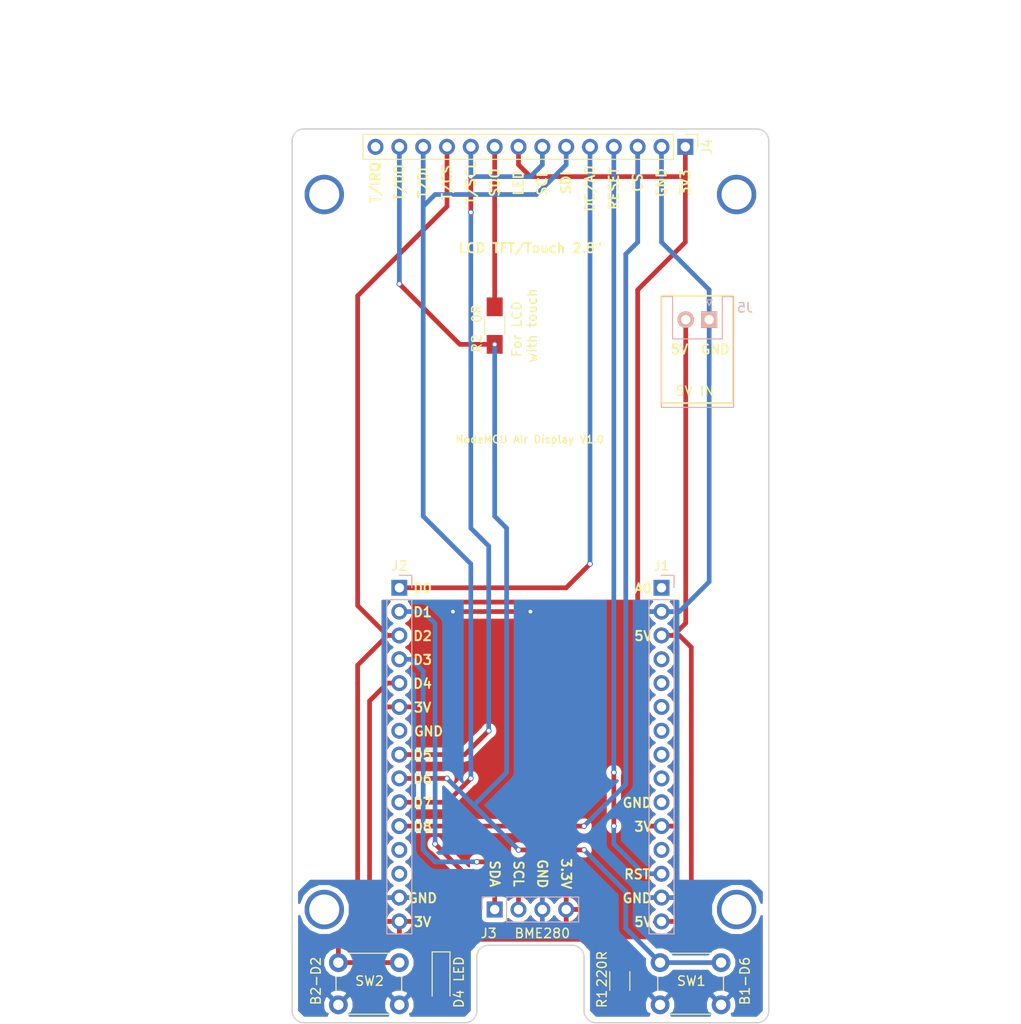
<source format=kicad_pcb>
(kicad_pcb (version 4) (host pcbnew 4.0.7)

  (general
    (links 36)
    (no_connects 0)
    (area 64.059999 51.994999 115.010001 147.395001)
    (thickness 1.6)
    (drawings 85)
    (tracks 143)
    (zones 0)
    (modules 14)
    (nets 29)
  )

  (page A4)
  (layers
    (0 F.Cu signal)
    (31 B.Cu signal)
    (32 B.Adhes user)
    (33 F.Adhes user)
    (34 B.Paste user)
    (35 F.Paste user)
    (36 B.SilkS user)
    (37 F.SilkS user)
    (38 B.Mask user)
    (39 F.Mask user)
    (40 Dwgs.User user)
    (41 Cmts.User user)
    (42 Eco1.User user)
    (43 Eco2.User user)
    (44 Edge.Cuts user)
    (45 Margin user)
    (46 B.CrtYd user)
    (47 F.CrtYd user)
    (48 B.Fab user)
    (49 F.Fab user)
  )

  (setup
    (last_trace_width 0.5)
    (trace_clearance 0.2)
    (zone_clearance 0.508)
    (zone_45_only yes)
    (trace_min 0.2)
    (segment_width 0.2)
    (edge_width 0.15)
    (via_size 0.6)
    (via_drill 0.4)
    (via_min_size 0.4)
    (via_min_drill 0.3)
    (uvia_size 0.3)
    (uvia_drill 0.1)
    (uvias_allowed no)
    (uvia_min_size 0.2)
    (uvia_min_drill 0.1)
    (pcb_text_width 0.3)
    (pcb_text_size 1.5 1.5)
    (mod_edge_width 0.15)
    (mod_text_size 1 1)
    (mod_text_width 0.15)
    (pad_size 4.2 4.2)
    (pad_drill 3.2)
    (pad_to_mask_clearance 0.2)
    (aux_axis_origin 264.795 30.48)
    (visible_elements 7FFFFFFF)
    (pcbplotparams
      (layerselection 0x010e0_80000001)
      (usegerberextensions false)
      (excludeedgelayer true)
      (linewidth 0.100000)
      (plotframeref false)
      (viasonmask false)
      (mode 1)
      (useauxorigin false)
      (hpglpennumber 1)
      (hpglpenspeed 20)
      (hpglpendiameter 15)
      (hpglpenoverlay 2)
      (psnegative false)
      (psa4output false)
      (plotreference true)
      (plotvalue true)
      (plotinvisibletext false)
      (padsonsilk false)
      (subtractmaskfromsilk false)
      (outputformat 1)
      (mirror false)
      (drillshape 0)
      (scaleselection 1)
      (outputdirectory Plot/))
  )

  (net 0 "")
  (net 1 D1-SDA)
  (net 2 +3V3)
  (net 3 GND)
  (net 4 +5V)
  (net 5 "Net-(J1-Pad1)")
  (net 6 "Net-(J1-Pad4)")
  (net 7 "Net-(J1-Pad5)")
  (net 8 "Net-(J1-Pad6)")
  (net 9 "Net-(J1-Pad7)")
  (net 10 "Net-(J1-Pad8)")
  (net 11 "Net-(J1-Pad9)")
  (net 12 "Net-(J1-Pad12)")
  (net 13 D4)
  (net 14 "Net-(J1-Pad10)")
  (net 15 "Net-(J2-Pad7)")
  (net 16 "Net-(J2-Pad12)")
  (net 17 "Net-(J2-Pad13)")
  (net 18 A0/DC)
  (net 19 SCL)
  (net 20 RESET)
  (net 21 CS)
  (net 22 D6)
  (net 23 "Net-(D4-Pad2)")
  (net 24 "Net-(J4-Pad9)")
  (net 25 "Net-(J4-Pad14)")
  (net 26 D2)
  (net 27 D3-SCL)
  (net 28 SDI)

  (net_class Default "This is the default net class."
    (clearance 0.2)
    (trace_width 0.5)
    (via_dia 0.6)
    (via_drill 0.4)
    (uvia_dia 0.3)
    (uvia_drill 0.1)
    (add_net +3V3)
    (add_net +5V)
    (add_net A0/DC)
    (add_net CS)
    (add_net D1-SDA)
    (add_net D2)
    (add_net D3-SCL)
    (add_net D4)
    (add_net D6)
    (add_net GND)
    (add_net "Net-(D4-Pad2)")
    (add_net "Net-(J1-Pad1)")
    (add_net "Net-(J1-Pad10)")
    (add_net "Net-(J1-Pad12)")
    (add_net "Net-(J1-Pad4)")
    (add_net "Net-(J1-Pad5)")
    (add_net "Net-(J1-Pad6)")
    (add_net "Net-(J1-Pad7)")
    (add_net "Net-(J1-Pad8)")
    (add_net "Net-(J1-Pad9)")
    (add_net "Net-(J2-Pad12)")
    (add_net "Net-(J2-Pad13)")
    (add_net "Net-(J2-Pad7)")
    (add_net "Net-(J4-Pad14)")
    (add_net "Net-(J4-Pad9)")
    (add_net RESET)
    (add_net SCL)
    (add_net SDI)
  )

  (module Wire_Pads:SolderWirePad_single_2mmDrill (layer B.Cu) (tedit 5ACA8F39) (tstamp 5AAD4E3F)
    (at 67.564 135.255 270)
    (fp_text reference 3mm (at 0 0 360) (layer F.Fab)
      (effects (font (size 1 1) (thickness 0.15)))
    )
    (fp_text value 1 (at 0 0 360) (layer B.Fab)
      (effects (font (size 1 1) (thickness 0.15)) (justify mirror))
    )
    (pad 1 thru_hole circle (at 0 0 270) (size 4.2 4.2) (drill 3.2) (layers *.Cu *.Mask))
  )

  (module Wire_Pads:SolderWirePad_single_2mmDrill (layer B.Cu) (tedit 5ACA907D) (tstamp 5AAD4E35)
    (at 67.564 59.055 270)
    (fp_text reference 3mm (at 0 0 360) (layer F.Fab)
      (effects (font (size 1 1) (thickness 0.15)))
    )
    (fp_text value 1 (at 0 0 360) (layer B.Fab)
      (effects (font (size 1 1) (thickness 0.15)) (justify mirror))
    )
    (pad 1 thru_hole circle (at 0 0 270) (size 4.2 4.2) (drill 3.2) (layers *.Cu *.Mask))
  )

  (module Wire_Pads:SolderWirePad_single_2mmDrill (layer B.Cu) (tedit 5ACA90A8) (tstamp 5AAD4E2C)
    (at 111.506 59.055 270)
    (fp_text reference 3mm (at 0 0 360) (layer F.Fab)
      (effects (font (size 1 1) (thickness 0.15)))
    )
    (fp_text value 1 (at 0 0 360) (layer B.Fab)
      (effects (font (size 1 1) (thickness 0.15)) (justify mirror))
    )
    (pad 1 thru_hole circle (at 0 0 270) (size 4.2 4.2) (drill 3.2) (layers *.Cu *.Mask))
  )

  (module Pin_Headers:Pin_Header_Straight_1x04_Pitch2.54mm (layer B.Cu) (tedit 5ACAA006) (tstamp 5A88B690)
    (at 85.725 135.255 270)
    (descr "Through hole straight pin header, 1x04, 2.54mm pitch, single row")
    (tags "Through hole pin header THT 1x04 2.54mm single row")
    (path /5A887D89)
    (fp_text reference J3 (at 2.54 0.635 360) (layer F.SilkS)
      (effects (font (size 1 1) (thickness 0.15)))
    )
    (fp_text value BME280 (at 2.54 -5.08 360) (layer F.SilkS)
      (effects (font (size 1 1) (thickness 0.15)))
    )
    (fp_line (start -0.635 1.27) (end 1.27 1.27) (layer B.Fab) (width 0.1))
    (fp_line (start 1.27 1.27) (end 1.27 -8.89) (layer B.Fab) (width 0.1))
    (fp_line (start 1.27 -8.89) (end -1.27 -8.89) (layer B.Fab) (width 0.1))
    (fp_line (start -1.27 -8.89) (end -1.27 0.635) (layer B.Fab) (width 0.1))
    (fp_line (start -1.27 0.635) (end -0.635 1.27) (layer B.Fab) (width 0.1))
    (fp_line (start -1.33 -8.95) (end 1.33 -8.95) (layer B.SilkS) (width 0.12))
    (fp_line (start -1.33 -1.27) (end -1.33 -8.95) (layer B.SilkS) (width 0.12))
    (fp_line (start 1.33 -1.27) (end 1.33 -8.95) (layer B.SilkS) (width 0.12))
    (fp_line (start -1.33 -1.27) (end 1.33 -1.27) (layer B.SilkS) (width 0.12))
    (fp_line (start -1.33 0) (end -1.33 1.33) (layer B.SilkS) (width 0.12))
    (fp_line (start -1.33 1.33) (end 0 1.33) (layer B.SilkS) (width 0.12))
    (fp_line (start -1.8 1.8) (end -1.8 -9.4) (layer B.CrtYd) (width 0.05))
    (fp_line (start -1.8 -9.4) (end 1.8 -9.4) (layer B.CrtYd) (width 0.05))
    (fp_line (start 1.8 -9.4) (end 1.8 1.8) (layer B.CrtYd) (width 0.05))
    (fp_line (start 1.8 1.8) (end -1.8 1.8) (layer B.CrtYd) (width 0.05))
    (pad 1 thru_hole rect (at 0 0 270) (size 1.7 1.7) (drill 1) (layers *.Cu *.Mask)
      (net 1 D1-SDA))
    (pad 2 thru_hole oval (at 0 -2.54 270) (size 1.7 1.7) (drill 1) (layers *.Cu *.Mask)
      (net 27 D3-SCL))
    (pad 3 thru_hole oval (at 0 -5.08 270) (size 1.7 1.7) (drill 1) (layers *.Cu *.Mask)
      (net 3 GND))
    (pad 4 thru_hole oval (at 0 -7.62 270) (size 1.7 1.7) (drill 1) (layers *.Cu *.Mask)
      (net 2 +3V3))
    (model ${KISYS3DMOD}/Pin_Headers.3dshapes/Pin_Header_Straight_1x04_Pitch2.54mm.wrl
      (at (xyz 0 0 0))
      (scale (xyz 1 1 1))
      (rotate (xyz 0 0 0))
    )
  )

  (module Resistors_SMD:R_1206_HandSoldering (layer F.Cu) (tedit 5ACA9A56) (tstamp 5A8EB0F0)
    (at 99.06 142.875 90)
    (descr "Resistor SMD 1206, hand soldering")
    (tags "resistor 1206")
    (path /5A8DEA18)
    (attr smd)
    (fp_text reference R1 (at -1.905 -1.905 90) (layer F.SilkS)
      (effects (font (size 1 1) (thickness 0.15)))
    )
    (fp_text value 220R (at 1.27 -1.905 90) (layer F.SilkS)
      (effects (font (size 1 1) (thickness 0.15)))
    )
    (fp_text user %R (at 0 0 90) (layer F.Fab)
      (effects (font (size 0.7 0.7) (thickness 0.105)))
    )
    (fp_line (start -1.6 0.8) (end -1.6 -0.8) (layer F.Fab) (width 0.1))
    (fp_line (start 1.6 0.8) (end -1.6 0.8) (layer F.Fab) (width 0.1))
    (fp_line (start 1.6 -0.8) (end 1.6 0.8) (layer F.Fab) (width 0.1))
    (fp_line (start -1.6 -0.8) (end 1.6 -0.8) (layer F.Fab) (width 0.1))
    (fp_line (start 1 1.07) (end -1 1.07) (layer F.SilkS) (width 0.12))
    (fp_line (start -1 -1.07) (end 1 -1.07) (layer F.SilkS) (width 0.12))
    (fp_line (start -3.25 -1.11) (end 3.25 -1.11) (layer F.CrtYd) (width 0.05))
    (fp_line (start -3.25 -1.11) (end -3.25 1.1) (layer F.CrtYd) (width 0.05))
    (fp_line (start 3.25 1.1) (end 3.25 -1.11) (layer F.CrtYd) (width 0.05))
    (fp_line (start 3.25 1.1) (end -3.25 1.1) (layer F.CrtYd) (width 0.05))
    (pad 1 smd rect (at -2 0 90) (size 2 1.7) (layers F.Cu F.Paste F.Mask)
      (net 23 "Net-(D4-Pad2)"))
    (pad 2 smd rect (at 2 0 90) (size 2 1.7) (layers F.Cu F.Paste F.Mask)
      (net 2 +3V3))
    (model ${KISYS3DMOD}/Resistors_SMD.3dshapes/R_1206.wrl
      (at (xyz 0 0 0))
      (scale (xyz 1 1 1))
      (rotate (xyz 0 0 0))
    )
  )

  (module Pin_Headers:Pin_Header_Straight_1x15_Pitch2.54mm (layer B.Cu) (tedit 5A8ED155) (tstamp 5A8EC636)
    (at 103.505 100.965 180)
    (descr "Through hole straight pin header, 1x15, 2.54mm pitch, single row")
    (tags "Through hole pin header THT 1x15 2.54mm single row")
    (path /5A8EC7ED)
    (fp_text reference J1 (at 0 2.33 180) (layer F.SilkS)
      (effects (font (size 1 1) (thickness 0.15)))
    )
    (fp_text value J1 (at 0 -37.89 180) (layer B.Fab)
      (effects (font (size 1 1) (thickness 0.15)) (justify mirror))
    )
    (fp_line (start -0.635 1.27) (end 1.27 1.27) (layer B.Fab) (width 0.1))
    (fp_line (start 1.27 1.27) (end 1.27 -36.83) (layer B.Fab) (width 0.1))
    (fp_line (start 1.27 -36.83) (end -1.27 -36.83) (layer B.Fab) (width 0.1))
    (fp_line (start -1.27 -36.83) (end -1.27 0.635) (layer B.Fab) (width 0.1))
    (fp_line (start -1.27 0.635) (end -0.635 1.27) (layer B.Fab) (width 0.1))
    (fp_line (start -1.33 -36.89) (end 1.33 -36.89) (layer B.SilkS) (width 0.12))
    (fp_line (start -1.33 -1.27) (end -1.33 -36.89) (layer B.SilkS) (width 0.12))
    (fp_line (start 1.33 -1.27) (end 1.33 -36.89) (layer B.SilkS) (width 0.12))
    (fp_line (start -1.33 -1.27) (end 1.33 -1.27) (layer B.SilkS) (width 0.12))
    (fp_line (start -1.33 0) (end -1.33 1.33) (layer B.SilkS) (width 0.12))
    (fp_line (start -1.33 1.33) (end 0 1.33) (layer B.SilkS) (width 0.12))
    (fp_line (start -1.8 1.8) (end -1.8 -37.35) (layer B.CrtYd) (width 0.05))
    (fp_line (start -1.8 -37.35) (end 1.8 -37.35) (layer B.CrtYd) (width 0.05))
    (fp_line (start 1.8 -37.35) (end 1.8 1.8) (layer B.CrtYd) (width 0.05))
    (fp_line (start 1.8 1.8) (end -1.8 1.8) (layer B.CrtYd) (width 0.05))
    (fp_text user %R (at 0 -17.78 450) (layer B.Fab)
      (effects (font (size 1 1) (thickness 0.15)) (justify mirror))
    )
    (pad 1 thru_hole rect (at 0 0 180) (size 1.7 1.7) (drill 1) (layers *.Cu *.Mask)
      (net 5 "Net-(J1-Pad1)"))
    (pad 2 thru_hole oval (at 0 -2.54 180) (size 1.7 1.7) (drill 1) (layers *.Cu *.Mask)
      (net 3 GND))
    (pad 3 thru_hole oval (at 0 -5.08 180) (size 1.7 1.7) (drill 1) (layers *.Cu *.Mask)
      (net 4 +5V))
    (pad 4 thru_hole oval (at 0 -7.62 180) (size 1.7 1.7) (drill 1) (layers *.Cu *.Mask)
      (net 6 "Net-(J1-Pad4)"))
    (pad 5 thru_hole oval (at 0 -10.16 180) (size 1.7 1.7) (drill 1) (layers *.Cu *.Mask)
      (net 7 "Net-(J1-Pad5)"))
    (pad 6 thru_hole oval (at 0 -12.7 180) (size 1.7 1.7) (drill 1) (layers *.Cu *.Mask)
      (net 8 "Net-(J1-Pad6)"))
    (pad 7 thru_hole oval (at 0 -15.24 180) (size 1.7 1.7) (drill 1) (layers *.Cu *.Mask)
      (net 9 "Net-(J1-Pad7)"))
    (pad 8 thru_hole oval (at 0 -17.78 180) (size 1.7 1.7) (drill 1) (layers *.Cu *.Mask)
      (net 10 "Net-(J1-Pad8)"))
    (pad 9 thru_hole oval (at 0 -20.32 180) (size 1.7 1.7) (drill 1) (layers *.Cu *.Mask)
      (net 11 "Net-(J1-Pad9)"))
    (pad 10 thru_hole oval (at 0 -22.86 180) (size 1.7 1.7) (drill 1) (layers *.Cu *.Mask)
      (net 14 "Net-(J1-Pad10)"))
    (pad 11 thru_hole oval (at 0 -25.4 180) (size 1.7 1.7) (drill 1) (layers *.Cu *.Mask)
      (net 2 +3V3))
    (pad 12 thru_hole oval (at 0 -27.94 180) (size 1.7 1.7) (drill 1) (layers *.Cu *.Mask)
      (net 12 "Net-(J1-Pad12)"))
    (pad 13 thru_hole oval (at 0 -30.48 180) (size 1.7 1.7) (drill 1) (layers *.Cu *.Mask)
      (net 20 RESET))
    (pad 14 thru_hole oval (at 0 -33.02 180) (size 1.7 1.7) (drill 1) (layers *.Cu *.Mask)
      (net 3 GND))
    (pad 15 thru_hole oval (at 0 -35.56 180) (size 1.7 1.7) (drill 1) (layers *.Cu *.Mask)
      (net 4 +5V))
    (model ${KISYS3DMOD}/Pin_Headers.3dshapes/Pin_Header_Straight_1x15_Pitch2.54mm.wrl
      (at (xyz 0 0 0))
      (scale (xyz 1 1 1))
      (rotate (xyz 0 0 0))
    )
  )

  (module Pin_Headers:Pin_Header_Straight_1x15_Pitch2.54mm (layer B.Cu) (tedit 5A8ED180) (tstamp 5A8EC648)
    (at 75.565 100.965 180)
    (descr "Through hole straight pin header, 1x15, 2.54mm pitch, single row")
    (tags "Through hole pin header THT 1x15 2.54mm single row")
    (path /5A8EC8DD)
    (fp_text reference J2 (at 0 2.33 180) (layer F.SilkS)
      (effects (font (size 1 1) (thickness 0.15)))
    )
    (fp_text value J2 (at 0 -37.89 180) (layer B.Fab)
      (effects (font (size 1 1) (thickness 0.15)) (justify mirror))
    )
    (fp_line (start -0.635 1.27) (end 1.27 1.27) (layer B.Fab) (width 0.1))
    (fp_line (start 1.27 1.27) (end 1.27 -36.83) (layer B.Fab) (width 0.1))
    (fp_line (start 1.27 -36.83) (end -1.27 -36.83) (layer B.Fab) (width 0.1))
    (fp_line (start -1.27 -36.83) (end -1.27 0.635) (layer B.Fab) (width 0.1))
    (fp_line (start -1.27 0.635) (end -0.635 1.27) (layer B.Fab) (width 0.1))
    (fp_line (start -1.33 -36.89) (end 1.33 -36.89) (layer B.SilkS) (width 0.12))
    (fp_line (start -1.33 -1.27) (end -1.33 -36.89) (layer B.SilkS) (width 0.12))
    (fp_line (start 1.33 -1.27) (end 1.33 -36.89) (layer B.SilkS) (width 0.12))
    (fp_line (start -1.33 -1.27) (end 1.33 -1.27) (layer B.SilkS) (width 0.12))
    (fp_line (start -1.33 0) (end -1.33 1.33) (layer B.SilkS) (width 0.12))
    (fp_line (start -1.33 1.33) (end 0 1.33) (layer B.SilkS) (width 0.12))
    (fp_line (start -1.8 1.8) (end -1.8 -37.35) (layer B.CrtYd) (width 0.05))
    (fp_line (start -1.8 -37.35) (end 1.8 -37.35) (layer B.CrtYd) (width 0.05))
    (fp_line (start 1.8 -37.35) (end 1.8 1.8) (layer B.CrtYd) (width 0.05))
    (fp_line (start 1.8 1.8) (end -1.8 1.8) (layer B.CrtYd) (width 0.05))
    (fp_text user %R (at 0 -17.78 450) (layer B.Fab)
      (effects (font (size 1 1) (thickness 0.15)) (justify mirror))
    )
    (pad 1 thru_hole rect (at 0 0 180) (size 1.7 1.7) (drill 1) (layers *.Cu *.Mask)
      (net 18 A0/DC))
    (pad 2 thru_hole oval (at 0 -2.54 180) (size 1.7 1.7) (drill 1) (layers *.Cu *.Mask)
      (net 1 D1-SDA))
    (pad 3 thru_hole oval (at 0 -5.08 180) (size 1.7 1.7) (drill 1) (layers *.Cu *.Mask)
      (net 26 D2))
    (pad 4 thru_hole oval (at 0 -7.62 180) (size 1.7 1.7) (drill 1) (layers *.Cu *.Mask)
      (net 27 D3-SCL))
    (pad 5 thru_hole oval (at 0 -10.16 180) (size 1.7 1.7) (drill 1) (layers *.Cu *.Mask)
      (net 13 D4))
    (pad 6 thru_hole oval (at 0 -12.7 180) (size 1.7 1.7) (drill 1) (layers *.Cu *.Mask)
      (net 2 +3V3))
    (pad 7 thru_hole oval (at 0 -15.24 180) (size 1.7 1.7) (drill 1) (layers *.Cu *.Mask)
      (net 15 "Net-(J2-Pad7)"))
    (pad 8 thru_hole oval (at 0 -17.78 180) (size 1.7 1.7) (drill 1) (layers *.Cu *.Mask)
      (net 19 SCL))
    (pad 9 thru_hole oval (at 0 -20.32 180) (size 1.7 1.7) (drill 1) (layers *.Cu *.Mask)
      (net 22 D6))
    (pad 10 thru_hole oval (at 0 -22.86 180) (size 1.7 1.7) (drill 1) (layers *.Cu *.Mask)
      (net 28 SDI))
    (pad 11 thru_hole oval (at 0 -25.4 180) (size 1.7 1.7) (drill 1) (layers *.Cu *.Mask)
      (net 21 CS))
    (pad 12 thru_hole oval (at 0 -27.94 180) (size 1.7 1.7) (drill 1) (layers *.Cu *.Mask)
      (net 16 "Net-(J2-Pad12)"))
    (pad 13 thru_hole oval (at 0 -30.48 180) (size 1.7 1.7) (drill 1) (layers *.Cu *.Mask)
      (net 17 "Net-(J2-Pad13)"))
    (pad 14 thru_hole oval (at 0 -33.02 180) (size 1.7 1.7) (drill 1) (layers *.Cu *.Mask)
      (net 3 GND))
    (pad 15 thru_hole oval (at 0 -35.56 180) (size 1.7 1.7) (drill 1) (layers *.Cu *.Mask)
      (net 2 +3V3))
    (model ${KISYS3DMOD}/Pin_Headers.3dshapes/Pin_Header_Straight_1x15_Pitch2.54mm.wrl
      (at (xyz 0 0 0))
      (scale (xyz 1 1 1))
      (rotate (xyz 0 0 0))
    )
  )

  (module LEDs:LED_1206_HandSoldering (layer F.Cu) (tedit 5ACA9A5B) (tstamp 5AA9709A)
    (at 80.01 142.875 270)
    (descr "LED SMD 1206, hand soldering")
    (tags "LED 1206")
    (path /5A8DEA12)
    (attr smd)
    (fp_text reference D4 (at 1.905 -1.905 270) (layer F.SilkS)
      (effects (font (size 1 1) (thickness 0.15)))
    )
    (fp_text value LED (at -1.27 -1.905 270) (layer F.SilkS)
      (effects (font (size 1 1) (thickness 0.15)))
    )
    (fp_line (start -3.1 -0.95) (end -3.1 0.95) (layer F.SilkS) (width 0.12))
    (fp_line (start -0.4 0) (end 0.2 -0.4) (layer F.Fab) (width 0.1))
    (fp_line (start 0.2 -0.4) (end 0.2 0.4) (layer F.Fab) (width 0.1))
    (fp_line (start 0.2 0.4) (end -0.4 0) (layer F.Fab) (width 0.1))
    (fp_line (start -0.45 -0.4) (end -0.45 0.4) (layer F.Fab) (width 0.1))
    (fp_line (start -1.6 0.8) (end -1.6 -0.8) (layer F.Fab) (width 0.1))
    (fp_line (start 1.6 0.8) (end -1.6 0.8) (layer F.Fab) (width 0.1))
    (fp_line (start 1.6 -0.8) (end 1.6 0.8) (layer F.Fab) (width 0.1))
    (fp_line (start -1.6 -0.8) (end 1.6 -0.8) (layer F.Fab) (width 0.1))
    (fp_line (start -3.1 0.95) (end 1.6 0.95) (layer F.SilkS) (width 0.12))
    (fp_line (start -3.1 -0.95) (end 1.6 -0.95) (layer F.SilkS) (width 0.12))
    (fp_line (start -3.25 -1.11) (end 3.25 -1.11) (layer F.CrtYd) (width 0.05))
    (fp_line (start -3.25 -1.11) (end -3.25 1.1) (layer F.CrtYd) (width 0.05))
    (fp_line (start 3.25 1.1) (end 3.25 -1.11) (layer F.CrtYd) (width 0.05))
    (fp_line (start 3.25 1.1) (end -3.25 1.1) (layer F.CrtYd) (width 0.05))
    (pad 1 smd rect (at -2 0 270) (size 2 1.7) (layers F.Cu F.Paste F.Mask)
      (net 13 D4))
    (pad 2 smd rect (at 2 0 270) (size 2 1.7) (layers F.Cu F.Paste F.Mask)
      (net 23 "Net-(D4-Pad2)"))
    (model ${KISYS3DMOD}/LEDs.3dshapes/LED_1206.wrl
      (at (xyz 0 0 0))
      (scale (xyz 1 1 1))
      (rotate (xyz 0 0 180))
    )
  )

  (module Wire_Pads:SolderWirePad_single_2mmDrill (layer B.Cu) (tedit 5ACA8EFB) (tstamp 5AAD4D89)
    (at 111.506 135.255 270)
    (fp_text reference 3mm (at 0 0 360) (layer F.Fab)
      (effects (font (size 1 1) (thickness 0.15)))
    )
    (fp_text value 1 (at 0 0 360) (layer B.Fab)
      (effects (font (size 1 1) (thickness 0.15)) (justify mirror))
    )
    (pad 1 thru_hole circle (at 0 0 270) (size 4.2 4.2) (drill 3.2) (layers *.Cu *.Mask))
  )

  (module Connectors_JST:JST_XH_S02B-XH-A_02x2.50mm_Angled (layer B.Cu) (tedit 5AB0F3DF) (tstamp 5AAD5987)
    (at 108.585 72.39 180)
    (descr "JST XH series connector, S02B-XH-A, side entry type, through hole")
    (tags "connector jst xh tht side horizontal angled 2.50mm")
    (path /5AAD58B8)
    (fp_text reference J5 (at -3.81 1.27 180) (layer B.SilkS)
      (effects (font (size 1 1) (thickness 0.15)) (justify mirror))
    )
    (fp_text value "5V IN" (at 1.524 -7.62 180) (layer F.SilkS)
      (effects (font (size 1 1) (thickness 0.15)))
    )
    (fp_line (start -2.45 2.3) (end -2.45 -9.2) (layer B.Fab) (width 0.1))
    (fp_line (start -2.45 -9.2) (end 4.95 -9.2) (layer B.Fab) (width 0.1))
    (fp_line (start 4.95 -9.2) (end 4.95 2.3) (layer B.Fab) (width 0.1))
    (fp_line (start 4.95 2.3) (end -2.45 2.3) (layer B.Fab) (width 0.1))
    (fp_line (start -2.95 2.8) (end -2.95 -9.7) (layer B.CrtYd) (width 0.05))
    (fp_line (start -2.95 -9.7) (end 5.45 -9.7) (layer B.CrtYd) (width 0.05))
    (fp_line (start 5.45 -9.7) (end 5.45 2.8) (layer B.CrtYd) (width 0.05))
    (fp_line (start 5.45 2.8) (end -2.95 2.8) (layer B.CrtYd) (width 0.05))
    (fp_line (start 1.25 -9.35) (end -2.6 -9.35) (layer B.SilkS) (width 0.12))
    (fp_line (start -2.6 -9.35) (end -2.6 2.45) (layer B.SilkS) (width 0.12))
    (fp_line (start -2.6 2.45) (end -1.4 2.45) (layer B.SilkS) (width 0.12))
    (fp_line (start -1.4 2.45) (end -1.4 -2.05) (layer B.SilkS) (width 0.12))
    (fp_line (start -1.4 -2.05) (end 1.25 -2.05) (layer B.SilkS) (width 0.12))
    (fp_line (start 1.25 -9.35) (end 5.1 -9.35) (layer B.SilkS) (width 0.12))
    (fp_line (start 5.1 -9.35) (end 5.1 2.45) (layer B.SilkS) (width 0.12))
    (fp_line (start 5.1 2.45) (end 3.9 2.45) (layer B.SilkS) (width 0.12))
    (fp_line (start 3.9 2.45) (end 3.9 -2.05) (layer B.SilkS) (width 0.12))
    (fp_line (start 3.9 -2.05) (end 1.25 -2.05) (layer B.SilkS) (width 0.12))
    (fp_line (start -0.25 -3.45) (end -0.25 -8.7) (layer B.Fab) (width 0.1))
    (fp_line (start -0.25 -8.7) (end 0.25 -8.7) (layer B.Fab) (width 0.1))
    (fp_line (start 0.25 -8.7) (end 0.25 -3.45) (layer B.Fab) (width 0.1))
    (fp_line (start 0.25 -3.45) (end -0.25 -3.45) (layer B.Fab) (width 0.1))
    (fp_line (start 2.25 -3.45) (end 2.25 -8.7) (layer B.Fab) (width 0.1))
    (fp_line (start 2.25 -8.7) (end 2.75 -8.7) (layer B.Fab) (width 0.1))
    (fp_line (start 2.75 -8.7) (end 2.75 -3.45) (layer B.Fab) (width 0.1))
    (fp_line (start 2.75 -3.45) (end 2.25 -3.45) (layer B.Fab) (width 0.1))
    (fp_line (start 0 1.5) (end -0.3 2.1) (layer B.SilkS) (width 0.12))
    (fp_line (start -0.3 2.1) (end 0.3 2.1) (layer B.SilkS) (width 0.12))
    (fp_line (start 0.3 2.1) (end 0 1.5) (layer B.SilkS) (width 0.12))
    (fp_line (start 0 1.5) (end -0.3 2.1) (layer B.Fab) (width 0.1))
    (fp_line (start -0.3 2.1) (end 0.3 2.1) (layer B.Fab) (width 0.1))
    (fp_line (start 0.3 2.1) (end 0 1.5) (layer B.Fab) (width 0.1))
    (fp_text user %R (at 1.25 -2.25 180) (layer B.Fab)
      (effects (font (size 1 1) (thickness 0.15)) (justify mirror))
    )
    (pad 1 thru_hole rect (at 0 0 180) (size 1.75 1.75) (drill 1) (layers *.Cu *.Mask B.SilkS)
      (net 3 GND))
    (pad 2 thru_hole circle (at 2.5 0 180) (size 1.75 1.75) (drill 1) (layers *.Cu *.Mask B.SilkS)
      (net 4 +5V))
    (model Connectors_JST.3dshapes/JST_XH_S02B-XH-A_02x2.50mm_Angled.wrl
      (at (xyz 0 0 0))
      (scale (xyz 1 1 1))
      (rotate (xyz 0 0 0))
    )
  )

  (module Pin_Headers:Pin_Header_Straight_1x14_Pitch2.54mm (layer F.Cu) (tedit 5ACA9BF6) (tstamp 5AC24585)
    (at 106.045 53.975 270)
    (descr "Through hole straight pin header, 1x14, 2.54mm pitch, single row")
    (tags "Through hole pin header THT 1x14 2.54mm single row")
    (path /5AC23CF1)
    (fp_text reference J4 (at 0 -2.33 270) (layer F.SilkS)
      (effects (font (size 1 1) (thickness 0.15)))
    )
    (fp_text value "LCD TOUCH 2.80" (at 12.7 16.51 360) (layer F.Fab)
      (effects (font (size 1 1) (thickness 0.15)))
    )
    (fp_line (start -0.635 -1.27) (end 1.27 -1.27) (layer F.Fab) (width 0.1))
    (fp_line (start 1.27 -1.27) (end 1.27 34.29) (layer F.Fab) (width 0.1))
    (fp_line (start 1.27 34.29) (end -1.27 34.29) (layer F.Fab) (width 0.1))
    (fp_line (start -1.27 34.29) (end -1.27 -0.635) (layer F.Fab) (width 0.1))
    (fp_line (start -1.27 -0.635) (end -0.635 -1.27) (layer F.Fab) (width 0.1))
    (fp_line (start -1.33 34.35) (end 1.33 34.35) (layer F.SilkS) (width 0.12))
    (fp_line (start -1.33 1.27) (end -1.33 34.35) (layer F.SilkS) (width 0.12))
    (fp_line (start 1.33 1.27) (end 1.33 34.35) (layer F.SilkS) (width 0.12))
    (fp_line (start -1.33 1.27) (end 1.33 1.27) (layer F.SilkS) (width 0.12))
    (fp_line (start -1.33 0) (end -1.33 -1.33) (layer F.SilkS) (width 0.12))
    (fp_line (start -1.33 -1.33) (end 0 -1.33) (layer F.SilkS) (width 0.12))
    (fp_line (start -1.8 -1.8) (end -1.8 34.8) (layer F.CrtYd) (width 0.05))
    (fp_line (start -1.8 34.8) (end 1.8 34.8) (layer F.CrtYd) (width 0.05))
    (fp_line (start 1.8 34.8) (end 1.8 -1.8) (layer F.CrtYd) (width 0.05))
    (fp_line (start 1.8 -1.8) (end -1.8 -1.8) (layer F.CrtYd) (width 0.05))
    (fp_text user %R (at 0 16.51 360) (layer F.Fab)
      (effects (font (size 1 1) (thickness 0.15)))
    )
    (pad 1 thru_hole rect (at 0 0 270) (size 1.7 1.7) (drill 1) (layers *.Cu *.Mask)
      (net 2 +3V3))
    (pad 2 thru_hole oval (at 0 2.54 270) (size 1.7 1.7) (drill 1) (layers *.Cu *.Mask)
      (net 3 GND))
    (pad 3 thru_hole oval (at 0 5.08 270) (size 1.7 1.7) (drill 1) (layers *.Cu *.Mask)
      (net 21 CS))
    (pad 4 thru_hole oval (at 0 7.62 270) (size 1.7 1.7) (drill 1) (layers *.Cu *.Mask)
      (net 20 RESET))
    (pad 5 thru_hole oval (at 0 10.16 270) (size 1.7 1.7) (drill 1) (layers *.Cu *.Mask)
      (net 18 A0/DC))
    (pad 6 thru_hole oval (at 0 12.7 270) (size 1.7 1.7) (drill 1) (layers *.Cu *.Mask)
      (net 28 SDI))
    (pad 7 thru_hole oval (at 0 15.24 270) (size 1.7 1.7) (drill 1) (layers *.Cu *.Mask)
      (net 19 SCL))
    (pad 8 thru_hole oval (at 0 17.78 270) (size 1.7 1.7) (drill 1) (layers *.Cu *.Mask)
      (net 2 +3V3))
    (pad 9 thru_hole oval (at 0 20.32 270) (size 1.7 1.7) (drill 1) (layers *.Cu *.Mask)
      (net 24 "Net-(J4-Pad9)"))
    (pad 10 thru_hole oval (at 0 22.86 270) (size 1.7 1.7) (drill 1) (layers *.Cu *.Mask)
      (net 19 SCL))
    (pad 11 thru_hole oval (at 0 25.4 270) (size 1.7 1.7) (drill 1) (layers *.Cu *.Mask)
      (net 26 D2))
    (pad 12 thru_hole oval (at 0 27.94 270) (size 1.7 1.7) (drill 1) (layers *.Cu *.Mask)
      (net 28 SDI))
    (pad 13 thru_hole oval (at 0 30.48 270) (size 1.7 1.7) (drill 1) (layers *.Cu *.Mask)
      (net 22 D6))
    (pad 14 thru_hole oval (at 0 33.02 270) (size 1.7 1.7) (drill 1) (layers *.Cu *.Mask)
      (net 25 "Net-(J4-Pad14)"))
    (model ${KISYS3DMOD}/Pin_Headers.3dshapes/Pin_Header_Straight_1x14_Pitch2.54mm.wrl
      (at (xyz 0 0 0))
      (scale (xyz 1 1 1))
      (rotate (xyz 0 0 0))
    )
  )

  (module Buttons_Switches_THT:SW_PUSH_6mm_h5mm (layer F.Cu) (tedit 5ACA9A81) (tstamp 5ACA7EFB)
    (at 109.855 145.415 180)
    (descr "tactile push button, 6x6mm e.g. PHAP33xx series, height=5mm")
    (tags "tact sw push 6mm")
    (path /5A896733)
    (fp_text reference SW1 (at 3.175 2.54 180) (layer F.SilkS)
      (effects (font (size 1 1) (thickness 0.15)))
    )
    (fp_text value B1-D6 (at -2.54 2.54 270) (layer F.SilkS)
      (effects (font (size 1 1) (thickness 0.15)))
    )
    (fp_text user %R (at 3.25 2.25 180) (layer F.Fab)
      (effects (font (size 1 1) (thickness 0.15)))
    )
    (fp_line (start 3.25 -0.75) (end 6.25 -0.75) (layer F.Fab) (width 0.1))
    (fp_line (start 6.25 -0.75) (end 6.25 5.25) (layer F.Fab) (width 0.1))
    (fp_line (start 6.25 5.25) (end 0.25 5.25) (layer F.Fab) (width 0.1))
    (fp_line (start 0.25 5.25) (end 0.25 -0.75) (layer F.Fab) (width 0.1))
    (fp_line (start 0.25 -0.75) (end 3.25 -0.75) (layer F.Fab) (width 0.1))
    (fp_line (start 7.75 6) (end 8 6) (layer F.CrtYd) (width 0.05))
    (fp_line (start 8 6) (end 8 5.75) (layer F.CrtYd) (width 0.05))
    (fp_line (start 7.75 -1.5) (end 8 -1.5) (layer F.CrtYd) (width 0.05))
    (fp_line (start 8 -1.5) (end 8 -1.25) (layer F.CrtYd) (width 0.05))
    (fp_line (start -1.5 -1.25) (end -1.5 -1.5) (layer F.CrtYd) (width 0.05))
    (fp_line (start -1.5 -1.5) (end -1.25 -1.5) (layer F.CrtYd) (width 0.05))
    (fp_line (start -1.5 5.75) (end -1.5 6) (layer F.CrtYd) (width 0.05))
    (fp_line (start -1.5 6) (end -1.25 6) (layer F.CrtYd) (width 0.05))
    (fp_line (start -1.25 -1.5) (end 7.75 -1.5) (layer F.CrtYd) (width 0.05))
    (fp_line (start -1.5 5.75) (end -1.5 -1.25) (layer F.CrtYd) (width 0.05))
    (fp_line (start 7.75 6) (end -1.25 6) (layer F.CrtYd) (width 0.05))
    (fp_line (start 8 -1.25) (end 8 5.75) (layer F.CrtYd) (width 0.05))
    (fp_line (start 1 5.5) (end 5.5 5.5) (layer F.SilkS) (width 0.12))
    (fp_line (start -0.25 1.5) (end -0.25 3) (layer F.SilkS) (width 0.12))
    (fp_line (start 5.5 -1) (end 1 -1) (layer F.SilkS) (width 0.12))
    (fp_line (start 6.75 3) (end 6.75 1.5) (layer F.SilkS) (width 0.12))
    (fp_circle (center 3.25 2.25) (end 1.25 2.5) (layer F.Fab) (width 0.1))
    (pad 2 thru_hole circle (at 0 4.5 270) (size 2 2) (drill 1.1) (layers *.Cu *.Mask)
      (net 22 D6))
    (pad 1 thru_hole circle (at 0 0 270) (size 2 2) (drill 1.1) (layers *.Cu *.Mask)
      (net 3 GND))
    (pad 2 thru_hole circle (at 6.5 4.5 270) (size 2 2) (drill 1.1) (layers *.Cu *.Mask)
      (net 22 D6))
    (pad 1 thru_hole circle (at 6.5 0 270) (size 2 2) (drill 1.1) (layers *.Cu *.Mask)
      (net 3 GND))
    (model ${KISYS3DMOD}/Buttons_Switches_THT.3dshapes/SW_PUSH_6mm_h5mm.wrl
      (at (xyz 0.005 0 0))
      (scale (xyz 0.3937 0.3937 0.3937))
      (rotate (xyz 0 0 0))
    )
  )

  (module Buttons_Switches_THT:SW_PUSH_6mm_h5mm (layer F.Cu) (tedit 5ACA9A99) (tstamp 5ACA7F19)
    (at 75.565 145.415 180)
    (descr "tactile push button, 6x6mm e.g. PHAP33xx series, height=5mm")
    (tags "tact sw push 6mm")
    (path /5AAE64FB)
    (fp_text reference SW2 (at 3.175 2.54 180) (layer F.SilkS)
      (effects (font (size 1 1) (thickness 0.15)))
    )
    (fp_text value B2-D2 (at 8.89 2.54 270) (layer F.SilkS)
      (effects (font (size 1 1) (thickness 0.15)))
    )
    (fp_text user %R (at 3.25 2.25 180) (layer F.Fab)
      (effects (font (size 1 1) (thickness 0.15)))
    )
    (fp_line (start 3.25 -0.75) (end 6.25 -0.75) (layer F.Fab) (width 0.1))
    (fp_line (start 6.25 -0.75) (end 6.25 5.25) (layer F.Fab) (width 0.1))
    (fp_line (start 6.25 5.25) (end 0.25 5.25) (layer F.Fab) (width 0.1))
    (fp_line (start 0.25 5.25) (end 0.25 -0.75) (layer F.Fab) (width 0.1))
    (fp_line (start 0.25 -0.75) (end 3.25 -0.75) (layer F.Fab) (width 0.1))
    (fp_line (start 7.75 6) (end 8 6) (layer F.CrtYd) (width 0.05))
    (fp_line (start 8 6) (end 8 5.75) (layer F.CrtYd) (width 0.05))
    (fp_line (start 7.75 -1.5) (end 8 -1.5) (layer F.CrtYd) (width 0.05))
    (fp_line (start 8 -1.5) (end 8 -1.25) (layer F.CrtYd) (width 0.05))
    (fp_line (start -1.5 -1.25) (end -1.5 -1.5) (layer F.CrtYd) (width 0.05))
    (fp_line (start -1.5 -1.5) (end -1.25 -1.5) (layer F.CrtYd) (width 0.05))
    (fp_line (start -1.5 5.75) (end -1.5 6) (layer F.CrtYd) (width 0.05))
    (fp_line (start -1.5 6) (end -1.25 6) (layer F.CrtYd) (width 0.05))
    (fp_line (start -1.25 -1.5) (end 7.75 -1.5) (layer F.CrtYd) (width 0.05))
    (fp_line (start -1.5 5.75) (end -1.5 -1.25) (layer F.CrtYd) (width 0.05))
    (fp_line (start 7.75 6) (end -1.25 6) (layer F.CrtYd) (width 0.05))
    (fp_line (start 8 -1.25) (end 8 5.75) (layer F.CrtYd) (width 0.05))
    (fp_line (start 1 5.5) (end 5.5 5.5) (layer F.SilkS) (width 0.12))
    (fp_line (start -0.25 1.5) (end -0.25 3) (layer F.SilkS) (width 0.12))
    (fp_line (start 5.5 -1) (end 1 -1) (layer F.SilkS) (width 0.12))
    (fp_line (start 6.75 3) (end 6.75 1.5) (layer F.SilkS) (width 0.12))
    (fp_circle (center 3.25 2.25) (end 1.25 2.5) (layer F.Fab) (width 0.1))
    (pad 2 thru_hole circle (at 0 4.5 270) (size 2 2) (drill 1.1) (layers *.Cu *.Mask)
      (net 26 D2))
    (pad 1 thru_hole circle (at 0 0 270) (size 2 2) (drill 1.1) (layers *.Cu *.Mask)
      (net 3 GND))
    (pad 2 thru_hole circle (at 6.5 4.5 270) (size 2 2) (drill 1.1) (layers *.Cu *.Mask)
      (net 26 D2))
    (pad 1 thru_hole circle (at 6.5 0 270) (size 2 2) (drill 1.1) (layers *.Cu *.Mask)
      (net 3 GND))
    (model ${KISYS3DMOD}/Buttons_Switches_THT.3dshapes/SW_PUSH_6mm_h5mm.wrl
      (at (xyz 0.005 0 0))
      (scale (xyz 0.3937 0.3937 0.3937))
      (rotate (xyz 0 0 0))
    )
  )

  (module Resistors_SMD:R_1206_HandSoldering (layer F.Cu) (tedit 5AF367A4) (tstamp 5AF36173)
    (at 85.725 73.025 90)
    (descr "Resistor SMD 1206, hand soldering")
    (tags "resistor 1206")
    (path /5AF36C83)
    (attr smd)
    (fp_text reference R2 (at -1.905 -1.905 90) (layer F.SilkS)
      (effects (font (size 1 1) (thickness 0.15)))
    )
    (fp_text value 0R (at 1.27 -1.905 90) (layer F.SilkS)
      (effects (font (size 1 1) (thickness 0.15)))
    )
    (fp_text user %R (at 0 0 90) (layer F.Fab)
      (effects (font (size 0.7 0.7) (thickness 0.105)))
    )
    (fp_line (start -1.6 0.8) (end -1.6 -0.8) (layer F.Fab) (width 0.1))
    (fp_line (start 1.6 0.8) (end -1.6 0.8) (layer F.Fab) (width 0.1))
    (fp_line (start 1.6 -0.8) (end 1.6 0.8) (layer F.Fab) (width 0.1))
    (fp_line (start -1.6 -0.8) (end 1.6 -0.8) (layer F.Fab) (width 0.1))
    (fp_line (start 1 1.07) (end -1 1.07) (layer F.SilkS) (width 0.12))
    (fp_line (start -1 -1.07) (end 1 -1.07) (layer F.SilkS) (width 0.12))
    (fp_line (start -3.25 -1.11) (end 3.25 -1.11) (layer F.CrtYd) (width 0.05))
    (fp_line (start -3.25 -1.11) (end -3.25 1.1) (layer F.CrtYd) (width 0.05))
    (fp_line (start 3.25 1.1) (end 3.25 -1.11) (layer F.CrtYd) (width 0.05))
    (fp_line (start 3.25 1.1) (end -3.25 1.1) (layer F.CrtYd) (width 0.05))
    (pad 1 smd rect (at -2 0 90) (size 2 1.7) (layers F.Cu F.Paste F.Mask)
      (net 22 D6))
    (pad 2 smd rect (at 2 0 90) (size 2 1.7) (layers F.Cu F.Paste F.Mask)
      (net 24 "Net-(J4-Pad9)"))
    (model ${KISYS3DMOD}/Resistors_SMD.3dshapes/R_1206.wrl
      (at (xyz 0 0 0))
      (scale (xyz 1 1 1))
      (rotate (xyz 0 0 0))
    )
  )

  (gr_text T/IRQ (at 73.025 57.785 90) (layer F.SilkS)
    (effects (font (size 1 1) (thickness 0.2)))
  )
  (gr_text T/DI (at 78.105 57.785 90) (layer F.SilkS)
    (effects (font (size 1 1) (thickness 0.2)))
  )
  (gr_text T/DO (at 75.565 57.785 90) (layer F.SilkS)
    (effects (font (size 1 1) (thickness 0.2)))
  )
  (gr_text T/CS (at 80.645 57.785 90) (layer F.SilkS)
    (effects (font (size 1 1) (thickness 0.2)))
  )
  (gr_text T/SCL (at 83.185 57.785 90) (layer F.SilkS)
    (effects (font (size 1 1) (thickness 0.2)))
  )
  (gr_text SDO (at 85.725 57.785 90) (layer F.SilkS)
    (effects (font (size 1 1) (thickness 0.2)))
  )
  (gr_text "For LCD \nwith touch" (at 88.9 73.025 90) (layer F.SilkS)
    (effects (font (size 1 1) (thickness 0.15)))
  )
  (dimension 95.25 (width 0.3) (layer Cmts.User)
    (gr_text "95,250 mm" (at 39.29 99.695 90) (layer Cmts.User)
      (effects (font (size 1.5 1.5) (thickness 0.3)))
    )
    (feature1 (pts (xy 64.135 52.07) (xy 37.94 52.07)))
    (feature2 (pts (xy 64.135 147.32) (xy 37.94 147.32)))
    (crossbar (pts (xy 40.64 147.32) (xy 40.64 52.07)))
    (arrow1a (pts (xy 40.64 52.07) (xy 41.226421 53.196504)))
    (arrow1b (pts (xy 40.64 52.07) (xy 40.053579 53.196504)))
    (arrow2a (pts (xy 40.64 147.32) (xy 41.226421 146.193496)))
    (arrow2b (pts (xy 40.64 147.32) (xy 40.053579 146.193496)))
  )
  (gr_line (start 111.125 69.85) (end 103.505 69.85) (angle 90) (layer F.SilkS) (width 0.2))
  (gr_line (start 111.125 81.28) (end 111.125 69.85) (angle 90) (layer F.SilkS) (width 0.2))
  (gr_line (start 103.505 81.28) (end 111.125 81.28) (angle 90) (layer F.SilkS) (width 0.2))
  (gr_line (start 103.505 69.85) (end 103.505 81.28) (angle 90) (layer F.SilkS) (width 0.2))
  (gr_line (start 96.52 147.32) (end 113.665 147.32) (angle 90) (layer Edge.Cuts) (width 0.15))
  (gr_line (start 65.405 147.32) (end 82.55 147.32) (angle 90) (layer Edge.Cuts) (width 0.15))
  (gr_line (start 83.82 140.335) (end 83.82 146.05) (angle 90) (layer Edge.Cuts) (width 0.15))
  (gr_line (start 95.25 140.335) (end 95.25 146.05) (angle 90) (layer Edge.Cuts) (width 0.15))
  (gr_line (start 85.09 139.065) (end 93.98 139.065) (angle 90) (layer Edge.Cuts) (width 0.15))
  (gr_arc (start 85.09 140.335) (end 83.82 140.335) (angle 90) (layer Edge.Cuts) (width 0.15))
  (gr_arc (start 93.98 140.335) (end 93.98 139.065) (angle 90) (layer Edge.Cuts) (width 0.15))
  (gr_arc (start 96.52 146.05) (end 96.52 147.32) (angle 90) (layer Edge.Cuts) (width 0.15))
  (gr_arc (start 82.55 146.05) (end 83.82 146.05) (angle 90) (layer Edge.Cuts) (width 0.15))
  (gr_line (start 83.82 146.685) (end 95.25 146.685) (angle 90) (layer Cmts.User) (width 0.2))
  (gr_line (start 83.82 133.35) (end 83.82 146.685) (angle 90) (layer Cmts.User) (width 0.2))
  (gr_line (start 95.25 133.35) (end 83.82 133.35) (angle 90) (layer Cmts.User) (width 0.2))
  (gr_line (start 95.25 146.685) (end 95.25 133.35) (angle 90) (layer Cmts.User) (width 0.2))
  (gr_line (start 74.295 92.71) (end 74.295 91.44) (angle 90) (layer Cmts.User) (width 0.2))
  (gr_line (start 104.775 91.44) (end 104.775 92.71) (angle 90) (layer Cmts.User) (width 0.2))
  (gr_line (start 103.505 90.17) (end 75.565 90.17) (angle 90) (layer Cmts.User) (width 0.2))
  (gr_arc (start 103.505 91.44) (end 103.505 90.17) (angle 90) (layer Cmts.User) (width 0.2))
  (gr_arc (start 75.565 91.44) (end 74.295 91.44) (angle 90) (layer Cmts.User) (width 0.2))
  (gr_line (start 64.135 146.05) (end 64.135 53.34) (angle 90) (layer Edge.Cuts) (width 0.15))
  (gr_line (start 114.935 53.34) (end 114.935 146.05) (angle 90) (layer Edge.Cuts) (width 0.15))
  (gr_line (start 65.405 52.07) (end 113.665 52.07) (angle 90) (layer Edge.Cuts) (width 0.15))
  (gr_arc (start 65.405 53.34) (end 64.135 53.34) (angle 90) (layer Edge.Cuts) (width 0.15))
  (gr_arc (start 113.665 53.34) (end 113.665 52.07) (angle 90) (layer Edge.Cuts) (width 0.15))
  (gr_arc (start 65.405 146.05) (end 65.405 147.32) (angle 90) (layer Edge.Cuts) (width 0.15))
  (gr_arc (start 113.665 146.05) (end 114.935 146.05) (angle 90) (layer Edge.Cuts) (width 0.15))
  (gr_line (start 104.775 92.71) (end 104.775 146.05) (angle 90) (layer Cmts.User) (width 0.2))
  (gr_line (start 74.295 146.05) (end 74.295 92.71) (angle 90) (layer Cmts.User) (width 0.2))
  (gr_line (start 103.505 147.32) (end 75.565 147.32) (angle 90) (layer Cmts.User) (width 0.2))
  (gr_arc (start 75.565 146.05) (end 75.565 147.32) (angle 90) (layer Cmts.User) (width 0.2))
  (gr_arc (start 103.505 146.05) (end 104.775 146.05) (angle 90) (layer Cmts.User) (width 0.2))
  (dimension 43.942 (width 0.3) (layer Cmts.User)
    (gr_text "43,942 mm" (at 89.535 40.179) (layer Cmts.User)
      (effects (font (size 1.5 1.5) (thickness 0.3)))
    )
    (feature1 (pts (xy 111.506 59.055) (xy 111.506 38.829)))
    (feature2 (pts (xy 67.564 59.055) (xy 67.564 38.829)))
    (crossbar (pts (xy 67.564 41.529) (xy 111.506 41.529)))
    (arrow1a (pts (xy 111.506 41.529) (xy 110.379496 42.115421)))
    (arrow1b (pts (xy 111.506 41.529) (xy 110.379496 40.942579)))
    (arrow2a (pts (xy 67.564 41.529) (xy 68.690504 42.115421)))
    (arrow2b (pts (xy 67.564 41.529) (xy 68.690504 40.942579)))
  )
  (dimension 76.2 (width 0.3) (layer Cmts.User)
    (gr_text "76,200 mm" (at 139.145 97.155 270) (layer Cmts.User)
      (effects (font (size 1.5 1.5) (thickness 0.3)))
    )
    (feature1 (pts (xy 111.76 135.255) (xy 140.495 135.255)))
    (feature2 (pts (xy 111.76 59.055) (xy 140.495 59.055)))
    (crossbar (pts (xy 137.795 59.055) (xy 137.795 135.255)))
    (arrow1a (pts (xy 137.795 135.255) (xy 137.208579 134.128496)))
    (arrow1b (pts (xy 137.795 135.255) (xy 138.381421 134.128496)))
    (arrow2a (pts (xy 137.795 59.055) (xy 137.208579 60.181504)))
    (arrow2b (pts (xy 137.795 59.055) (xy 138.381421 60.181504)))
  )
  (gr_line (start 67.31 138.43) (end 111.76 138.43) (angle 90) (layer Cmts.User) (width 0.2))
  (gr_line (start 114.935 52.07) (end 114.935 138.43) (angle 90) (layer Cmts.User) (width 0.2))
  (gr_line (start 64.135 52.07) (end 114.935 52.07) (angle 90) (layer Cmts.User) (width 0.2))
  (gr_line (start 64.135 138.43) (end 64.135 52.07) (angle 90) (layer Cmts.User) (width 0.2))
  (gr_line (start 64.135 138.43) (end 114.935 138.43) (angle 90) (layer Cmts.User) (width 0.2))
  (gr_text RST (at 100.9015 131.5085) (layer F.SilkS)
    (effects (font (size 1 1) (thickness 0.2)))
  )
  (gr_text GND (at 109.22 75.565) (layer F.SilkS)
    (effects (font (size 1 1) (thickness 0.2)))
  )
  (gr_text 5V (at 105.41 75.565) (layer F.SilkS)
    (effects (font (size 1 1) (thickness 0.2)))
  )
  (gr_text D0 (at 78.0415 101.0285) (layer F.SilkS)
    (effects (font (size 1 1) (thickness 0.2)))
  )
  (gr_text SDA (at 85.725 131.445 270) (layer F.SilkS)
    (effects (font (size 1 1) (thickness 0.2)))
  )
  (gr_text SCL (at 88.265 131.445 270) (layer F.SilkS)
    (effects (font (size 1 1) (thickness 0.2)))
  )
  (gr_text GND (at 90.805 131.445 270) (layer F.SilkS)
    (effects (font (size 1 1) (thickness 0.2)))
  )
  (gr_text 3.3V (at 93.345 131.445 270) (layer F.SilkS)
    (effects (font (size 1 1) (thickness 0.2)))
  )
  (gr_text CS (at 100.965 57.785 90) (layer F.SilkS)
    (effects (font (size 1 1) (thickness 0.2)))
  )
  (gr_text RESET (at 98.425 58.42 90) (layer F.SilkS)
    (effects (font (size 1 1) (thickness 0.2)))
  )
  (gr_text LED (at 88.265 57.785 90) (layer F.SilkS)
    (effects (font (size 1 1) (thickness 0.2)))
  )
  (gr_text 3V3 (at 106.045 57.785 90) (layer F.SilkS)
    (effects (font (size 1 1) (thickness 0.2)))
  )
  (gr_text "LCD TFT/Touch 2.8\"" (at 89.535 64.77) (layer F.SilkS)
    (effects (font (size 1 1) (thickness 0.2)))
  )
  (gr_text GND (at 78.0415 134.0485) (layer F.SilkS)
    (effects (font (size 1 1) (thickness 0.2)))
  )
  (gr_text 3V (at 78.0415 136.5885) (layer F.SilkS)
    (effects (font (size 1 1) (thickness 0.2)))
  )
  (gr_text A0 (at 101.5365 101.0285) (layer F.SilkS)
    (effects (font (size 1 1) (thickness 0.2)))
  )
  (gr_text 5V (at 101.5365 106.1085) (layer F.SilkS)
    (effects (font (size 1 1) (thickness 0.2)))
  )
  (gr_text GND (at 78.6765 116.2685) (layer F.SilkS)
    (effects (font (size 1 1) (thickness 0.2)))
  )
  (gr_text GND (at 100.9015 134.0485) (layer F.SilkS)
    (effects (font (size 1 1) (thickness 0.2)))
  )
  (gr_text GND (at 100.9015 123.8885) (layer F.SilkS)
    (effects (font (size 1 1) (thickness 0.2)))
  )
  (gr_text 5V (at 101.5365 136.5885) (layer F.SilkS)
    (effects (font (size 1 1) (thickness 0.2)))
  )
  (gr_text 3V (at 101.5365 126.4285) (layer F.SilkS)
    (effects (font (size 1 1) (thickness 0.2)))
  )
  (gr_text 3V (at 78.0415 113.7285) (layer F.SilkS)
    (effects (font (size 1 1) (thickness 0.2)))
  )
  (gr_text D6 (at 78.0415 121.3485) (layer F.SilkS)
    (effects (font (size 1 1) (thickness 0.2)))
  )
  (gr_text D4 (at 78.0415 111.1885) (layer F.SilkS)
    (effects (font (size 1 1) (thickness 0.2)))
  )
  (gr_text D3 (at 78.0415 108.6485) (layer F.SilkS)
    (effects (font (size 1 1) (thickness 0.2)))
  )
  (gr_text D5 (at 78.0415 118.8085) (layer F.SilkS)
    (effects (font (size 1 1) (thickness 0.2)))
  )
  (gr_text "NodeMCU Air Display V1.0" (at 89.4715 85.1535) (layer F.SilkS)
    (effects (font (size 0.8 0.8) (thickness 0.15)))
  )
  (gr_text D8 (at 78.0415 126.4285) (layer F.SilkS)
    (effects (font (size 1 1) (thickness 0.2)))
  )
  (gr_text D7 (at 78.0415 123.8885) (layer F.SilkS)
    (effects (font (size 1 1) (thickness 0.2)))
  )
  (gr_text D2 (at 78.0415 106.1085) (layer F.SilkS)
    (effects (font (size 1 1) (thickness 0.2)))
  )
  (gr_text D1 (at 78.0415 103.5685) (layer F.SilkS)
    (effects (font (size 1 1) (thickness 0.2)))
  )
  (gr_text DC/AD (at 95.885 58.42 90) (layer F.SilkS)
    (effects (font (size 1 1) (thickness 0.2)))
  )
  (gr_text GND (at 103.505 57.785 90) (layer F.SilkS)
    (effects (font (size 1 1) (thickness 0.2)))
  )
  (gr_text SCL (at 90.805 57.785 90) (layer F.SilkS)
    (effects (font (size 1 1) (thickness 0.2)))
  )
  (gr_text SDI (at 93.345 57.785 90) (layer F.SilkS)
    (effects (font (size 1 1) (thickness 0.2)))
  )

  (segment (start 84.455 132.08) (end 83.185 132.08) (width 0.5) (layer F.Cu) (net 1))
  (segment (start 83.185 132.08) (end 79.375 128.27) (width 0.5) (layer F.Cu) (net 1) (tstamp 5ACAA9E2))
  (segment (start 85.725 135.255) (end 85.725 133.35) (width 0.5) (layer F.Cu) (net 1))
  (segment (start 78.105 103.505) (end 75.565 103.505) (width 0.5) (layer B.Cu) (net 1) (tstamp 5ACAA7FD))
  (segment (start 79.375 104.775) (end 78.105 103.505) (width 0.5) (layer B.Cu) (net 1) (tstamp 5ACAA7EF))
  (segment (start 79.375 128.27) (end 79.375 104.775) (width 0.5) (layer B.Cu) (net 1) (tstamp 5ACAA7EE))
  (via (at 79.375 128.27) (size 0.6) (drill 0.4) (layers F.Cu B.Cu) (net 1))
  (segment (start 85.725 133.35) (end 84.455 132.08) (width 0.5) (layer F.Cu) (net 1))
  (segment (start 97.155 57.15) (end 99.695 57.15) (width 0.5) (layer F.Cu) (net 2))
  (segment (start 106.045 57.15) (end 99.695 57.15) (width 0.5) (layer F.Cu) (net 2))
  (segment (start 88.265 55.88) (end 88.265 53.975) (width 0.5) (layer F.Cu) (net 2) (tstamp 5ACAADA1))
  (segment (start 89.535 57.15) (end 88.265 55.88) (width 0.5) (layer F.Cu) (net 2) (tstamp 5ACAAD98))
  (segment (start 97.155 57.15) (end 89.535 57.15) (width 0.5) (layer F.Cu) (net 2) (tstamp 5ACAAD97))
  (segment (start 106.045 53.975) (end 106.045 57.15) (width 0.5) (layer F.Cu) (net 2))
  (segment (start 106.045 57.15) (end 106.045 64.135) (width 0.5) (layer F.Cu) (net 2) (tstamp 5ACAAD8A))
  (segment (start 100.965 69.215) (end 100.965 102.87) (width 0.5) (layer F.Cu) (net 2) (tstamp 5ACAAC2C))
  (segment (start 106.045 64.135) (end 100.965 69.215) (width 0.5) (layer F.Cu) (net 2) (tstamp 5ACAAC25))
  (segment (start 99.06 140.875) (end 99.06 137.795) (width 0.5) (layer F.Cu) (net 2))
  (segment (start 103.4415 126.4285) (end 103.4415 126.4285) (width 0.45) (layer F.Cu) (net 2) (tstamp 5A8F3895))
  (via (at 89.535 103.505) (size 0.6) (drill 0.4) (layers F.Cu B.Cu) (net 3))
  (via (at 81.28 103.505) (size 0.6) (drill 0.4) (layers F.Cu B.Cu) (net 3))
  (segment (start 89.535 103.505) (end 81.28 103.505) (width 0.5) (layer F.Cu) (net 3) (tstamp 5AF36631))
  (segment (start 108.585 72.39) (end 108.585 100.33) (width 0.5) (layer B.Cu) (net 3))
  (segment (start 105.41 103.505) (end 103.505 103.505) (width 0.5) (layer B.Cu) (net 3) (tstamp 5ACAABF4))
  (segment (start 108.585 100.33) (end 105.41 103.505) (width 0.5) (layer B.Cu) (net 3) (tstamp 5ACAABEF))
  (segment (start 103.505 53.975) (end 103.505 64.135) (width 0.5) (layer B.Cu) (net 3))
  (segment (start 108.585 69.215) (end 108.585 72.39) (width 0.5) (layer B.Cu) (net 3) (tstamp 5ACAABE1))
  (segment (start 103.505 64.135) (end 108.585 69.215) (width 0.5) (layer B.Cu) (net 3) (tstamp 5ACAABE0))
  (segment (start 75.5015 134.0485) (end 75.5015 134.6835) (width 0.35) (layer B.Cu) (net 3))
  (segment (start 75.5015 134.0485) (end 76.1365 134.0485) (width 0.35) (layer B.Cu) (net 3))
  (segment (start 103.4415 134.0485) (end 103.4415 134.4295) (width 0.35) (layer F.Cu) (net 3))
  (segment (start 103.505 106.045) (end 104.775 106.045) (width 0.5) (layer F.Cu) (net 4))
  (segment (start 106.085 104.735) (end 106.085 72.39) (width 0.5) (layer F.Cu) (net 4) (tstamp 5ACAAC01))
  (segment (start 104.775 106.045) (end 106.085 104.735) (width 0.5) (layer F.Cu) (net 4) (tstamp 5ACAABFB))
  (segment (start 103.505 136.525) (end 105.41 136.525) (width 0.5) (layer F.Cu) (net 4))
  (segment (start 106.68 107.315) (end 105.41 106.045) (width 0.5) (layer F.Cu) (net 4) (tstamp 5ACAA692))
  (segment (start 106.68 135.255) (end 106.68 107.315) (width 0.5) (layer F.Cu) (net 4) (tstamp 5ACAA68E))
  (segment (start 105.41 136.525) (end 106.68 135.255) (width 0.5) (layer F.Cu) (net 4) (tstamp 5ACAA68D))
  (segment (start 105.41 106.045) (end 103.505 106.045) (width 0.5) (layer F.Cu) (net 4) (tstamp 5ACAA69B))
  (segment (start 103.505 106.045) (end 105.41 106.045) (width 0.45) (layer F.Cu) (net 4))
  (segment (start 102.8065 136.5885) (end 103.4415 136.5885) (width 0.45) (layer F.Cu) (net 4) (tstamp 5A8F348A))
  (segment (start 80.01 140.875) (end 78.2 140.875) (width 0.5) (layer F.Cu) (net 13))
  (segment (start 74.295 111.125) (end 75.565 111.125) (width 0.5) (layer F.Cu) (net 13) (tstamp 5ACAA67A))
  (segment (start 72.39 113.03) (end 74.295 111.125) (width 0.5) (layer F.Cu) (net 13) (tstamp 5ACAA672))
  (segment (start 72.39 137.16) (end 72.39 113.03) (width 0.5) (layer F.Cu) (net 13) (tstamp 5ACAA66F))
  (segment (start 74.295 139.065) (end 72.39 137.16) (width 0.5) (layer F.Cu) (net 13) (tstamp 5ACAA66D))
  (segment (start 76.39 139.065) (end 74.295 139.065) (width 0.5) (layer F.Cu) (net 13) (tstamp 5ACAA668))
  (segment (start 78.2 140.875) (end 76.39 139.065) (width 0.5) (layer F.Cu) (net 13) (tstamp 5ACAA660))
  (segment (start 80.01 140.875) (end 79.28 140.875) (width 0.35) (layer F.Cu) (net 13))
  (segment (start 75.565 100.965) (end 93.345 100.965) (width 0.5) (layer F.Cu) (net 18))
  (segment (start 95.885 98.425) (end 95.885 53.975) (width 0.5) (layer B.Cu) (net 18) (tstamp 5ACAAAEF))
  (via (at 95.885 98.425) (size 0.6) (drill 0.4) (layers F.Cu B.Cu) (net 18))
  (segment (start 93.345 100.965) (end 95.885 98.425) (width 0.5) (layer F.Cu) (net 18) (tstamp 5ACAAAD5))
  (segment (start 90.805 53.975) (end 90.805 55.88) (width 0.5) (layer B.Cu) (net 19))
  (segment (start 89.535 57.15) (end 83.185 57.15) (width 0.5) (layer B.Cu) (net 19) (tstamp 5ACAAFAF))
  (segment (start 90.805 55.88) (end 89.535 57.15) (width 0.5) (layer B.Cu) (net 19) (tstamp 5ACAAFAE))
  (segment (start 75.565 118.745) (end 82.55 118.745) (width 0.5) (layer F.Cu) (net 19))
  (segment (start 83.185 57.15) (end 83.185 53.975) (width 0.5) (layer B.Cu) (net 19) (tstamp 5ACAAF5C))
  (via (at 83.185 57.15) (size 0.6) (drill 0.4) (layers F.Cu B.Cu) (net 19))
  (segment (start 83.185 60.96) (end 83.185 57.15) (width 0.5) (layer F.Cu) (net 19) (tstamp 5ACAAF59))
  (via (at 83.185 60.96) (size 0.6) (drill 0.4) (layers F.Cu B.Cu) (net 19))
  (segment (start 83.185 94.615) (end 83.185 60.96) (width 0.5) (layer B.Cu) (net 19) (tstamp 5ACAAF40))
  (segment (start 85.09 96.52) (end 83.185 94.615) (width 0.5) (layer B.Cu) (net 19) (tstamp 5ACAAF35))
  (segment (start 85.09 116.205) (end 85.09 96.52) (width 0.5) (layer B.Cu) (net 19) (tstamp 5ACAAF34))
  (via (at 85.09 116.205) (size 0.6) (drill 0.4) (layers F.Cu B.Cu) (net 19))
  (segment (start 82.55 118.745) (end 85.09 116.205) (width 0.5) (layer F.Cu) (net 19) (tstamp 5ACAAF23))
  (segment (start 98.425 53.975) (end 98.425 120.65) (width 0.5) (layer B.Cu) (net 20))
  (segment (start 101.6 131.445) (end 103.505 131.445) (width 0.5) (layer B.Cu) (net 20) (tstamp 5ACAB144))
  (segment (start 98.425 128.27) (end 101.6 131.445) (width 0.5) (layer B.Cu) (net 20) (tstamp 5ACAB139))
  (segment (start 98.425 126.365) (end 98.425 128.27) (width 0.5) (layer B.Cu) (net 20) (tstamp 5ACAB138))
  (via (at 98.425 126.365) (size 0.6) (drill 0.4) (layers F.Cu B.Cu) (net 20))
  (segment (start 98.425 120.65) (end 98.425 126.365) (width 0.5) (layer F.Cu) (net 20) (tstamp 5ACAB11E))
  (via (at 98.425 120.65) (size 0.6) (drill 0.4) (layers F.Cu B.Cu) (net 20))
  (segment (start 75.565 126.365) (end 80.645 126.365) (width 0.5) (layer F.Cu) (net 21))
  (segment (start 100.965 64.135) (end 100.965 53.975) (width 0.5) (layer B.Cu) (net 21) (tstamp 5ACAAA4E))
  (segment (start 99.695 65.405) (end 100.965 64.135) (width 0.5) (layer B.Cu) (net 21) (tstamp 5ACAAA45))
  (segment (start 99.695 121.92) (end 99.695 65.405) (width 0.5) (layer B.Cu) (net 21) (tstamp 5ACAAA3D))
  (segment (start 95.25 126.365) (end 99.695 121.92) (width 0.5) (layer B.Cu) (net 21) (tstamp 5ACAAA3C))
  (via (at 95.25 126.365) (size 0.6) (drill 0.4) (layers F.Cu B.Cu) (net 21))
  (segment (start 80.645 126.365) (end 95.25 126.365) (width 0.5) (layer F.Cu) (net 21) (tstamp 5ACAAA10))
  (segment (start 86.995 94.615) (end 86.995 120.65) (width 0.5) (layer B.Cu) (net 22))
  (segment (start 85.725 75.025) (end 85.725 93.345) (width 0.5) (layer B.Cu) (net 22) (tstamp 5AF362EE))
  (segment (start 85.725 93.345) (end 86.995 94.615) (width 0.5) (layer B.Cu) (net 22) (tstamp 5AF362EF))
  (via (at 85.725 75.025) (size 0.6) (drill 0.4) (layers F.Cu B.Cu) (net 22))
  (segment (start 82.01 75.025) (end 75.565 68.58) (width 0.5) (layer F.Cu) (net 22) (tstamp 5AF364CF))
  (via (at 75.565 68.58) (size 0.6) (drill 0.4) (layers F.Cu B.Cu) (net 22))
  (segment (start 75.565 53.975) (end 75.565 68.58) (width 0.5) (layer B.Cu) (net 22) (tstamp 5AF364DA) (status 400000))
  (segment (start 85.725 75.025) (end 82.01 75.025) (width 0.5) (layer F.Cu) (net 22) (status 400000))
  (segment (start 86.995 120.65) (end 83.5025 124.1425) (width 0.5) (layer B.Cu) (net 22) (tstamp 5AF3655B))
  (segment (start 75.565 121.285) (end 80.645 121.285) (width 0.5) (layer F.Cu) (net 22))
  (segment (start 99.695 137.255) (end 103.355 140.915) (width 0.5) (layer B.Cu) (net 22) (tstamp 5ACAA8BC))
  (segment (start 99.695 133.35) (end 99.695 137.255) (width 0.5) (layer B.Cu) (net 22) (tstamp 5ACAA8AE))
  (segment (start 95.25 128.905) (end 99.695 133.35) (width 0.5) (layer B.Cu) (net 22) (tstamp 5ACAA8AD))
  (via (at 95.25 128.905) (size 0.6) (drill 0.4) (layers F.Cu B.Cu) (net 22))
  (segment (start 94.615 128.905) (end 95.25 128.905) (width 0.5) (layer F.Cu) (net 22) (tstamp 5ACAA883))
  (segment (start 88.265 128.905) (end 94.615 128.905) (width 0.5) (layer F.Cu) (net 22) (tstamp 5ACAA882))
  (via (at 88.265 128.905) (size 0.6) (drill 0.4) (layers F.Cu B.Cu) (net 22))
  (segment (start 80.645 121.285) (end 83.5025 124.1425) (width 0.5) (layer B.Cu) (net 22) (tstamp 5ACAA878))
  (segment (start 83.5025 124.1425) (end 88.265 128.905) (width 0.5) (layer B.Cu) (net 22) (tstamp 5AF3656B))
  (via (at 80.645 121.285) (size 0.6) (drill 0.4) (layers F.Cu B.Cu) (net 22))
  (segment (start 103.355 140.915) (end 109.855 140.915) (width 0.5) (layer B.Cu) (net 22) (tstamp 5ACAA8C3))
  (segment (start 80.01 144.875) (end 81.185 144.875) (width 0.5) (layer F.Cu) (net 23))
  (segment (start 97.885 144.875) (end 99.06 144.875) (width 0.5) (layer F.Cu) (net 23) (tstamp 5ACAA6ED))
  (segment (start 97.155 144.145) (end 97.885 144.875) (width 0.5) (layer F.Cu) (net 23) (tstamp 5ACAA6E9))
  (segment (start 97.155 139.7) (end 97.155 144.145) (width 0.5) (layer F.Cu) (net 23) (tstamp 5ACAA6E4))
  (segment (start 95.885 138.43) (end 97.155 139.7) (width 0.5) (layer F.Cu) (net 23) (tstamp 5ACAA6DC))
  (segment (start 83.185 138.43) (end 95.885 138.43) (width 0.5) (layer F.Cu) (net 23) (tstamp 5ACAA6DA))
  (segment (start 81.915 139.7) (end 83.185 138.43) (width 0.5) (layer F.Cu) (net 23) (tstamp 5ACAA6D4))
  (segment (start 81.915 144.145) (end 81.915 139.7) (width 0.5) (layer F.Cu) (net 23) (tstamp 5ACAA6CD))
  (segment (start 81.185 144.875) (end 81.915 144.145) (width 0.5) (layer F.Cu) (net 23) (tstamp 5ACAA6CA))
  (segment (start 85.725 71.025) (end 85.725 53.975) (width 0.5) (layer F.Cu) (net 24))
  (segment (start 80.645 53.975) (end 80.645 60.325) (width 0.5) (layer F.Cu) (net 26) (status 400000))
  (segment (start 71.12 102.87) (end 74.295 106.045) (width 0.5) (layer F.Cu) (net 26) (tstamp 5AF364F9))
  (segment (start 71.12 69.85) (end 71.12 102.87) (width 0.5) (layer F.Cu) (net 26) (tstamp 5AF364EE))
  (segment (start 80.645 60.325) (end 71.12 69.85) (width 0.5) (layer F.Cu) (net 26) (tstamp 5AF364EB))
  (segment (start 74.295 106.045) (end 75.565 106.045) (width 0.5) (layer F.Cu) (net 26) (tstamp 5AF36506) (status 800000))
  (segment (start 71.12 111.125) (end 71.12 109.22) (width 0.5) (layer F.Cu) (net 26))
  (segment (start 71.12 137.16) (end 71.12 111.125) (width 0.5) (layer F.Cu) (net 26) (tstamp 5ACAA63F))
  (segment (start 69.065 139.215) (end 71.12 137.16) (width 0.5) (layer F.Cu) (net 26) (tstamp 5ACAA637))
  (segment (start 69.065 140.915) (end 69.065 139.215) (width 0.5) (layer F.Cu) (net 26))
  (segment (start 74.295 106.045) (end 75.565 106.045) (width 0.5) (layer F.Cu) (net 26) (tstamp 5AF361D9))
  (segment (start 71.12 109.22) (end 74.295 106.045) (width 0.5) (layer F.Cu) (net 26) (tstamp 5AF361D1))
  (segment (start 69.065 140.915) (end 75.565 140.915) (width 0.5) (layer F.Cu) (net 26))
  (segment (start 78.105 128.905) (end 78.105 109.855) (width 0.5) (layer B.Cu) (net 27))
  (segment (start 88.265 133.35) (end 85.09 130.175) (width 0.5) (layer F.Cu) (net 27) (tstamp 5ACAA99A))
  (segment (start 85.09 130.175) (end 83.82 130.175) (width 0.5) (layer F.Cu) (net 27) (tstamp 5ACAA9A1))
  (via (at 83.82 130.175) (size 0.6) (drill 0.4) (layers F.Cu B.Cu) (net 27))
  (segment (start 79.375 130.175) (end 78.105 128.905) (width 0.5) (layer B.Cu) (net 27) (tstamp 5ACAA817))
  (segment (start 83.82 130.175) (end 79.375 130.175) (width 0.5) (layer B.Cu) (net 27) (tstamp 5ACAA816))
  (segment (start 88.265 135.255) (end 88.265 133.35) (width 0.5) (layer F.Cu) (net 27))
  (segment (start 76.835 108.585) (end 75.565 108.585) (width 0.5) (layer B.Cu) (net 27) (tstamp 5AF36185))
  (segment (start 78.105 109.855) (end 76.835 108.585) (width 0.5) (layer B.Cu) (net 27) (tstamp 5AF36182))
  (segment (start 93.345 53.975) (end 93.345 55.88) (width 0.5) (layer B.Cu) (net 28))
  (segment (start 79.375 59.055) (end 78.105 60.325) (width 0.5) (layer B.Cu) (net 28) (tstamp 5ACAAFCA))
  (segment (start 90.17 59.055) (end 79.375 59.055) (width 0.5) (layer B.Cu) (net 28) (tstamp 5ACAAFC7))
  (segment (start 93.345 55.88) (end 90.17 59.055) (width 0.5) (layer B.Cu) (net 28) (tstamp 5ACAAFC6))
  (segment (start 75.565 123.825) (end 80.645 123.825) (width 0.5) (layer F.Cu) (net 28))
  (segment (start 78.105 93.345) (end 78.105 60.325) (width 0.5) (layer B.Cu) (net 28) (tstamp 5ACAAE41))
  (segment (start 78.105 60.325) (end 78.105 53.975) (width 0.5) (layer B.Cu) (net 28) (tstamp 5ACAAFD4))
  (segment (start 83.185 98.425) (end 78.105 93.345) (width 0.5) (layer B.Cu) (net 28) (tstamp 5ACAAE3C))
  (segment (start 83.185 121.285) (end 83.185 98.425) (width 0.5) (layer B.Cu) (net 28) (tstamp 5ACAAE3B))
  (via (at 83.185 121.285) (size 0.6) (drill 0.4) (layers F.Cu B.Cu) (net 28))
  (segment (start 80.645 123.825) (end 83.185 121.285) (width 0.5) (layer F.Cu) (net 28) (tstamp 5ACAAE29))

  (zone (net 2) (net_name +3V3) (layer F.Cu) (tstamp 5ACAA1C2) (hatch edge 0.508)
    (connect_pads (clearance 0.508))
    (min_thickness 0.254)
    (fill yes (arc_segments 16) (thermal_gap 0.508) (thermal_bridge_width 0.508))
    (polygon
      (pts
        (xy 73.66 138.43) (xy 105.41 138.43) (xy 105.41 102.235) (xy 73.66 102.235)
      )
    )
    (filled_polygon
      (pts
        (xy 102.40311 102.411431) (xy 102.470541 102.425086) (xy 102.425853 102.454946) (xy 102.103946 102.936715) (xy 101.990907 103.505)
        (xy 102.103946 104.073285) (xy 102.425853 104.555054) (xy 102.755026 104.775) (xy 102.425853 104.994946) (xy 102.103946 105.476715)
        (xy 101.990907 106.045) (xy 102.103946 106.613285) (xy 102.425853 107.095054) (xy 102.755026 107.315) (xy 102.425853 107.534946)
        (xy 102.103946 108.016715) (xy 101.990907 108.585) (xy 102.103946 109.153285) (xy 102.425853 109.635054) (xy 102.755026 109.855)
        (xy 102.425853 110.074946) (xy 102.103946 110.556715) (xy 101.990907 111.125) (xy 102.103946 111.693285) (xy 102.425853 112.175054)
        (xy 102.755026 112.395) (xy 102.425853 112.614946) (xy 102.103946 113.096715) (xy 101.990907 113.665) (xy 102.103946 114.233285)
        (xy 102.425853 114.715054) (xy 102.755026 114.935) (xy 102.425853 115.154946) (xy 102.103946 115.636715) (xy 101.990907 116.205)
        (xy 102.103946 116.773285) (xy 102.425853 117.255054) (xy 102.755026 117.475) (xy 102.425853 117.694946) (xy 102.103946 118.176715)
        (xy 101.990907 118.745) (xy 102.103946 119.313285) (xy 102.425853 119.795054) (xy 102.755026 120.015) (xy 102.425853 120.234946)
        (xy 102.103946 120.716715) (xy 101.990907 121.285) (xy 102.103946 121.853285) (xy 102.425853 122.335054) (xy 102.755026 122.555)
        (xy 102.425853 122.774946) (xy 102.103946 123.256715) (xy 101.990907 123.825) (xy 102.103946 124.393285) (xy 102.425853 124.875054)
        (xy 102.766553 125.102702) (xy 102.623642 125.169817) (xy 102.233355 125.598076) (xy 102.063524 126.00811) (xy 102.184845 126.238)
        (xy 103.378 126.238) (xy 103.378 126.218) (xy 103.632 126.218) (xy 103.632 126.238) (xy 104.825155 126.238)
        (xy 104.946476 126.00811) (xy 104.776645 125.598076) (xy 104.386358 125.169817) (xy 104.243447 125.102702) (xy 104.584147 124.875054)
        (xy 104.906054 124.393285) (xy 105.019093 123.825) (xy 104.906054 123.256715) (xy 104.584147 122.774946) (xy 104.254974 122.555)
        (xy 104.584147 122.335054) (xy 104.906054 121.853285) (xy 105.019093 121.285) (xy 104.906054 120.716715) (xy 104.584147 120.234946)
        (xy 104.254974 120.015) (xy 104.584147 119.795054) (xy 104.906054 119.313285) (xy 105.019093 118.745) (xy 104.906054 118.176715)
        (xy 104.584147 117.694946) (xy 104.254974 117.475) (xy 104.584147 117.255054) (xy 104.906054 116.773285) (xy 105.019093 116.205)
        (xy 104.906054 115.636715) (xy 104.584147 115.154946) (xy 104.254974 114.935) (xy 104.584147 114.715054) (xy 104.906054 114.233285)
        (xy 105.019093 113.665) (xy 104.906054 113.096715) (xy 104.584147 112.614946) (xy 104.254974 112.395) (xy 104.584147 112.175054)
        (xy 104.906054 111.693285) (xy 105.019093 111.125) (xy 104.906054 110.556715) (xy 104.584147 110.074946) (xy 104.254974 109.855)
        (xy 104.584147 109.635054) (xy 104.906054 109.153285) (xy 105.019093 108.585) (xy 104.906054 108.016715) (xy 104.584147 107.534946)
        (xy 104.254974 107.315) (xy 104.584147 107.095054) (xy 104.694432 106.93) (xy 104.774995 106.93) (xy 104.775 106.930001)
        (xy 104.775005 106.93) (xy 105.04342 106.93) (xy 105.283 107.16958) (xy 105.283 135.40042) (xy 105.04342 135.64)
        (xy 104.694432 135.64) (xy 104.584147 135.474946) (xy 104.254974 135.255) (xy 104.584147 135.035054) (xy 104.906054 134.553285)
        (xy 105.019093 133.985) (xy 104.906054 133.416715) (xy 104.584147 132.934946) (xy 104.254974 132.715) (xy 104.584147 132.495054)
        (xy 104.906054 132.013285) (xy 105.019093 131.445) (xy 104.906054 130.876715) (xy 104.584147 130.394946) (xy 104.254974 130.175)
        (xy 104.584147 129.955054) (xy 104.906054 129.473285) (xy 105.019093 128.905) (xy 104.906054 128.336715) (xy 104.584147 127.854946)
        (xy 104.243447 127.627298) (xy 104.386358 127.560183) (xy 104.776645 127.131924) (xy 104.946476 126.72189) (xy 104.825155 126.492)
        (xy 103.632 126.492) (xy 103.632 126.512) (xy 103.378 126.512) (xy 103.378 126.492) (xy 102.184845 126.492)
        (xy 102.063524 126.72189) (xy 102.233355 127.131924) (xy 102.623642 127.560183) (xy 102.766553 127.627298) (xy 102.425853 127.854946)
        (xy 102.103946 128.336715) (xy 101.990907 128.905) (xy 102.103946 129.473285) (xy 102.425853 129.955054) (xy 102.755026 130.175)
        (xy 102.425853 130.394946) (xy 102.103946 130.876715) (xy 101.990907 131.445) (xy 102.103946 132.013285) (xy 102.425853 132.495054)
        (xy 102.755026 132.715) (xy 102.425853 132.934946) (xy 102.103946 133.416715) (xy 101.990907 133.985) (xy 102.103946 134.553285)
        (xy 102.425853 135.035054) (xy 102.755026 135.255) (xy 102.425853 135.474946) (xy 102.103946 135.956715) (xy 102.057209 136.191678)
        (xy 102.011964 136.259392) (xy 101.9465 136.5885) (xy 102.011964 136.917608) (xy 102.093179 137.039155) (xy 102.103946 137.093285)
        (xy 102.425853 137.575054) (xy 102.907622 137.896961) (xy 103.475907 138.01) (xy 103.534093 138.01) (xy 104.102378 137.896961)
        (xy 104.584147 137.575054) (xy 104.694432 137.41) (xy 105.283 137.41) (xy 105.283 138.303) (xy 97.00958 138.303)
        (xy 96.51079 137.80421) (xy 96.385034 137.720183) (xy 96.223675 137.612367) (xy 96.167484 137.60119) (xy 95.885 137.544999)
        (xy 95.884995 137.545) (xy 83.185005 137.545) (xy 83.185 137.544999) (xy 82.846325 137.612367) (xy 82.55921 137.80421)
        (xy 82.559208 137.804213) (xy 82.060421 138.303) (xy 76.811936 138.303) (xy 76.728675 138.247367) (xy 76.672484 138.23619)
        (xy 76.39 138.179999) (xy 76.389995 138.18) (xy 74.661579 138.18) (xy 73.787 137.30542) (xy 73.787 136.88189)
        (xy 74.123524 136.88189) (xy 74.293355 137.291924) (xy 74.683642 137.720183) (xy 75.208108 137.966486) (xy 75.438 137.845819)
        (xy 75.438 136.652) (xy 75.692 136.652) (xy 75.692 137.845819) (xy 75.921892 137.966486) (xy 76.446358 137.720183)
        (xy 76.836645 137.291924) (xy 77.006476 136.88189) (xy 76.885155 136.652) (xy 75.692 136.652) (xy 75.438 136.652)
        (xy 74.244845 136.652) (xy 74.123524 136.88189) (xy 73.787 136.88189) (xy 73.787 116.205) (xy 74.050907 116.205)
        (xy 74.163946 116.773285) (xy 74.485853 117.255054) (xy 74.815026 117.475) (xy 74.485853 117.694946) (xy 74.163946 118.176715)
        (xy 74.050907 118.745) (xy 74.163946 119.313285) (xy 74.485853 119.795054) (xy 74.815026 120.015) (xy 74.485853 120.234946)
        (xy 74.163946 120.716715) (xy 74.050907 121.285) (xy 74.163946 121.853285) (xy 74.485853 122.335054) (xy 74.815026 122.555)
        (xy 74.485853 122.774946) (xy 74.163946 123.256715) (xy 74.050907 123.825) (xy 74.163946 124.393285) (xy 74.485853 124.875054)
        (xy 74.815026 125.095) (xy 74.485853 125.314946) (xy 74.163946 125.796715) (xy 74.050907 126.365) (xy 74.163946 126.933285)
        (xy 74.485853 127.415054) (xy 74.815026 127.635) (xy 74.485853 127.854946) (xy 74.163946 128.336715) (xy 74.050907 128.905)
        (xy 74.163946 129.473285) (xy 74.485853 129.955054) (xy 74.815026 130.175) (xy 74.485853 130.394946) (xy 74.163946 130.876715)
        (xy 74.050907 131.445) (xy 74.163946 132.013285) (xy 74.485853 132.495054) (xy 74.815026 132.715) (xy 74.485853 132.934946)
        (xy 74.163946 133.416715) (xy 74.050907 133.985) (xy 74.163946 134.553285) (xy 74.485853 135.035054) (xy 74.826553 135.262702)
        (xy 74.683642 135.329817) (xy 74.293355 135.758076) (xy 74.123524 136.16811) (xy 74.244845 136.398) (xy 75.438 136.398)
        (xy 75.438 136.378) (xy 75.692 136.378) (xy 75.692 136.398) (xy 76.885155 136.398) (xy 77.006476 136.16811)
        (xy 76.836645 135.758076) (xy 76.446358 135.329817) (xy 76.303447 135.262702) (xy 76.644147 135.035054) (xy 76.966054 134.553285)
        (xy 77.079093 133.985) (xy 76.966054 133.416715) (xy 76.644147 132.934946) (xy 76.314974 132.715) (xy 76.644147 132.495054)
        (xy 76.966054 132.013285) (xy 77.079093 131.445) (xy 76.966054 130.876715) (xy 76.644147 130.394946) (xy 76.314974 130.175)
        (xy 76.644147 129.955054) (xy 76.966054 129.473285) (xy 77.079093 128.905) (xy 76.989616 128.455167) (xy 78.439838 128.455167)
        (xy 78.581883 128.798943) (xy 78.844673 129.062192) (xy 78.965986 129.112566) (xy 82.559208 132.705787) (xy 82.55921 132.70579)
        (xy 82.846325 132.897633) (xy 82.902516 132.90881) (xy 83.185 132.965001) (xy 83.185005 132.965) (xy 84.08842 132.965)
        (xy 84.84 133.716579) (xy 84.84 133.764146) (xy 84.639683 133.801838) (xy 84.423559 133.94091) (xy 84.278569 134.15311)
        (xy 84.22756 134.405) (xy 84.22756 136.105) (xy 84.271838 136.340317) (xy 84.41091 136.556441) (xy 84.62311 136.701431)
        (xy 84.875 136.75244) (xy 86.575 136.75244) (xy 86.810317 136.708162) (xy 87.026441 136.56909) (xy 87.171431 136.35689)
        (xy 87.185086 136.289459) (xy 87.214946 136.334147) (xy 87.696715 136.656054) (xy 88.265 136.769093) (xy 88.833285 136.656054)
        (xy 89.315054 136.334147) (xy 89.535 136.004974) (xy 89.754946 136.334147) (xy 90.236715 136.656054) (xy 90.805 136.769093)
        (xy 91.373285 136.656054) (xy 91.855054 136.334147) (xy 92.082702 135.993447) (xy 92.149817 136.136358) (xy 92.578076 136.526645)
        (xy 92.98811 136.696476) (xy 93.218 136.575155) (xy 93.218 135.382) (xy 93.472 135.382) (xy 93.472 136.575155)
        (xy 93.70189 136.696476) (xy 94.111924 136.526645) (xy 94.540183 136.136358) (xy 94.786486 135.611892) (xy 94.665819 135.382)
        (xy 93.472 135.382) (xy 93.218 135.382) (xy 93.198 135.382) (xy 93.198 135.128) (xy 93.218 135.128)
        (xy 93.218 133.934845) (xy 93.472 133.934845) (xy 93.472 135.128) (xy 94.665819 135.128) (xy 94.786486 134.898108)
        (xy 94.540183 134.373642) (xy 94.111924 133.983355) (xy 93.70189 133.813524) (xy 93.472 133.934845) (xy 93.218 133.934845)
        (xy 92.98811 133.813524) (xy 92.578076 133.983355) (xy 92.149817 134.373642) (xy 92.082702 134.516553) (xy 91.855054 134.175853)
        (xy 91.373285 133.853946) (xy 90.805 133.740907) (xy 90.236715 133.853946) (xy 89.754946 134.175853) (xy 89.535 134.505026)
        (xy 89.315054 134.175853) (xy 89.15 134.065568) (xy 89.15 133.350005) (xy 89.150001 133.35) (xy 89.082633 133.011326)
        (xy 89.082633 133.011325) (xy 88.89079 132.72421) (xy 88.890787 132.724208) (xy 85.71579 129.54921) (xy 85.688222 129.53079)
        (xy 85.428675 129.357367) (xy 85.372484 129.34619) (xy 85.09 129.289999) (xy 85.089995 129.29) (xy 84.126822 129.29)
        (xy 84.006799 129.240162) (xy 83.634833 129.239838) (xy 83.291057 129.381883) (xy 83.027808 129.644673) (xy 82.885162 129.988201)
        (xy 82.884838 130.360167) (xy 83.003197 130.646617) (xy 81.446747 129.090167) (xy 87.329838 129.090167) (xy 87.471883 129.433943)
        (xy 87.734673 129.697192) (xy 88.078201 129.839838) (xy 88.450167 129.840162) (xy 88.571569 129.79) (xy 94.943178 129.79)
        (xy 95.063201 129.839838) (xy 95.435167 129.840162) (xy 95.778943 129.698117) (xy 96.042192 129.435327) (xy 96.184838 129.091799)
        (xy 96.185162 128.719833) (xy 96.043117 128.376057) (xy 95.780327 128.112808) (xy 95.436799 127.970162) (xy 95.064833 127.969838)
        (xy 94.943431 128.02) (xy 88.571822 128.02) (xy 88.451799 127.970162) (xy 88.079833 127.969838) (xy 87.736057 128.111883)
        (xy 87.472808 128.374673) (xy 87.330162 128.718201) (xy 87.329838 129.090167) (xy 81.446747 129.090167) (xy 80.217744 127.861164)
        (xy 80.168117 127.741057) (xy 79.905327 127.477808) (xy 79.561799 127.335162) (xy 79.189833 127.334838) (xy 78.846057 127.476883)
        (xy 78.582808 127.739673) (xy 78.440162 128.083201) (xy 78.439838 128.455167) (xy 76.989616 128.455167) (xy 76.966054 128.336715)
        (xy 76.644147 127.854946) (xy 76.314974 127.635) (xy 76.644147 127.415054) (xy 76.754432 127.25) (xy 94.943178 127.25)
        (xy 95.063201 127.299838) (xy 95.435167 127.300162) (xy 95.778943 127.158117) (xy 96.042192 126.895327) (xy 96.184838 126.551799)
        (xy 96.185162 126.179833) (xy 96.043117 125.836057) (xy 95.780327 125.572808) (xy 95.436799 125.430162) (xy 95.064833 125.429838)
        (xy 94.943431 125.48) (xy 76.754432 125.48) (xy 76.644147 125.314946) (xy 76.314974 125.095) (xy 76.644147 124.875054)
        (xy 76.754432 124.71) (xy 80.644995 124.71) (xy 80.645 124.710001) (xy 80.927484 124.65381) (xy 80.983675 124.642633)
        (xy 81.27079 124.45079) (xy 83.593834 122.127745) (xy 83.713943 122.078117) (xy 83.977192 121.815327) (xy 84.119838 121.471799)
        (xy 84.120162 121.099833) (xy 84.010805 120.835167) (xy 97.489838 120.835167) (xy 97.54 120.956569) (xy 97.54 126.058178)
        (xy 97.490162 126.178201) (xy 97.489838 126.550167) (xy 97.631883 126.893943) (xy 97.894673 127.157192) (xy 98.238201 127.299838)
        (xy 98.610167 127.300162) (xy 98.953943 127.158117) (xy 99.217192 126.895327) (xy 99.359838 126.551799) (xy 99.360162 126.179833)
        (xy 99.31 126.058431) (xy 99.31 120.956822) (xy 99.359838 120.836799) (xy 99.360162 120.464833) (xy 99.218117 120.121057)
        (xy 98.955327 119.857808) (xy 98.611799 119.715162) (xy 98.239833 119.714838) (xy 97.896057 119.856883) (xy 97.632808 120.119673)
        (xy 97.490162 120.463201) (xy 97.489838 120.835167) (xy 84.010805 120.835167) (xy 83.978117 120.756057) (xy 83.715327 120.492808)
        (xy 83.371799 120.350162) (xy 82.999833 120.349838) (xy 82.656057 120.491883) (xy 82.392808 120.754673) (xy 82.342434 120.875987)
        (xy 81.461405 121.757015) (xy 81.579838 121.471799) (xy 81.580162 121.099833) (xy 81.438117 120.756057) (xy 81.175327 120.492808)
        (xy 80.831799 120.350162) (xy 80.459833 120.349838) (xy 80.338431 120.4) (xy 76.754432 120.4) (xy 76.644147 120.234946)
        (xy 76.314974 120.015) (xy 76.644147 119.795054) (xy 76.754432 119.63) (xy 82.549995 119.63) (xy 82.55 119.630001)
        (xy 82.832484 119.57381) (xy 82.888675 119.562633) (xy 83.17579 119.37079) (xy 85.498834 117.047745) (xy 85.618943 116.998117)
        (xy 85.882192 116.735327) (xy 86.024838 116.391799) (xy 86.025162 116.019833) (xy 85.883117 115.676057) (xy 85.620327 115.412808)
        (xy 85.276799 115.270162) (xy 84.904833 115.269838) (xy 84.561057 115.411883) (xy 84.297808 115.674673) (xy 84.247434 115.795987)
        (xy 82.18342 117.86) (xy 76.754432 117.86) (xy 76.644147 117.694946) (xy 76.314974 117.475) (xy 76.644147 117.255054)
        (xy 76.966054 116.773285) (xy 77.079093 116.205) (xy 76.966054 115.636715) (xy 76.644147 115.154946) (xy 76.303447 114.927298)
        (xy 76.446358 114.860183) (xy 76.836645 114.431924) (xy 77.006476 114.02189) (xy 76.885155 113.792) (xy 75.692 113.792)
        (xy 75.692 113.812) (xy 75.438 113.812) (xy 75.438 113.792) (xy 74.244845 113.792) (xy 74.123524 114.02189)
        (xy 74.293355 114.431924) (xy 74.683642 114.860183) (xy 74.826553 114.927298) (xy 74.485853 115.154946) (xy 74.163946 115.636715)
        (xy 74.050907 116.205) (xy 73.787 116.205) (xy 73.787 112.88458) (xy 74.492251 112.179329) (xy 74.826553 112.402702)
        (xy 74.683642 112.469817) (xy 74.293355 112.898076) (xy 74.123524 113.30811) (xy 74.244845 113.538) (xy 75.438 113.538)
        (xy 75.438 113.518) (xy 75.692 113.518) (xy 75.692 113.538) (xy 76.885155 113.538) (xy 77.006476 113.30811)
        (xy 76.836645 112.898076) (xy 76.446358 112.469817) (xy 76.303447 112.402702) (xy 76.644147 112.175054) (xy 76.966054 111.693285)
        (xy 77.079093 111.125) (xy 76.966054 110.556715) (xy 76.644147 110.074946) (xy 76.314974 109.855) (xy 76.644147 109.635054)
        (xy 76.966054 109.153285) (xy 77.079093 108.585) (xy 76.966054 108.016715) (xy 76.644147 107.534946) (xy 76.314974 107.315)
        (xy 76.644147 107.095054) (xy 76.966054 106.613285) (xy 77.079093 106.045) (xy 76.966054 105.476715) (xy 76.644147 104.994946)
        (xy 76.314974 104.775) (xy 76.644147 104.555054) (xy 76.966054 104.073285) (xy 77.04226 103.690167) (xy 80.344838 103.690167)
        (xy 80.486883 104.033943) (xy 80.749673 104.297192) (xy 81.093201 104.439838) (xy 81.465167 104.440162) (xy 81.586569 104.39)
        (xy 89.228178 104.39) (xy 89.348201 104.439838) (xy 89.720167 104.440162) (xy 90.063943 104.298117) (xy 90.327192 104.035327)
        (xy 90.469838 103.691799) (xy 90.470162 103.319833) (xy 90.328117 102.976057) (xy 90.065327 102.712808) (xy 89.721799 102.570162)
        (xy 89.349833 102.569838) (xy 89.228431 102.62) (xy 81.586822 102.62) (xy 81.466799 102.570162) (xy 81.094833 102.569838)
        (xy 80.751057 102.711883) (xy 80.487808 102.974673) (xy 80.345162 103.318201) (xy 80.344838 103.690167) (xy 77.04226 103.690167)
        (xy 77.079093 103.505) (xy 76.966054 102.936715) (xy 76.644147 102.454946) (xy 76.602548 102.42715) (xy 76.650317 102.418162)
        (xy 76.737595 102.362) (xy 102.330765 102.362)
      )
    )
  )
  (zone (net 3) (net_name GND) (layer B.Cu) (tstamp 5ACAA1F4) (hatch edge 0.508)
    (connect_pads (clearance 0.508))
    (min_thickness 0.254)
    (fill yes (arc_segments 16) (thermal_gap 0.508) (thermal_bridge_width 0.508))
    (polygon
      (pts
        (xy 105.41 132.08) (xy 113.03 132.08) (xy 114.3 133.35) (xy 114.3 146.05) (xy 113.665 146.685)
        (xy 96.52 146.685) (xy 95.885 146.05) (xy 95.885 139.7) (xy 94.615 138.43) (xy 84.455 138.43)
        (xy 83.185 139.7) (xy 83.185 146.05) (xy 82.55 146.685) (xy 65.405 146.685) (xy 64.77 146.05)
        (xy 64.77 133.35) (xy 66.04 132.08) (xy 73.66 132.08) (xy 73.66 102.235) (xy 105.41 102.235)
      )
    )
    (filled_polygon
      (pts
        (xy 74.46311 102.411431) (xy 74.530541 102.425086) (xy 74.485853 102.454946) (xy 74.163946 102.936715) (xy 74.050907 103.505)
        (xy 74.163946 104.073285) (xy 74.485853 104.555054) (xy 74.815026 104.775) (xy 74.485853 104.994946) (xy 74.163946 105.476715)
        (xy 74.050907 106.045) (xy 74.163946 106.613285) (xy 74.485853 107.095054) (xy 74.815026 107.315) (xy 74.485853 107.534946)
        (xy 74.163946 108.016715) (xy 74.050907 108.585) (xy 74.163946 109.153285) (xy 74.485853 109.635054) (xy 74.815026 109.855)
        (xy 74.485853 110.074946) (xy 74.163946 110.556715) (xy 74.050907 111.125) (xy 74.163946 111.693285) (xy 74.485853 112.175054)
        (xy 74.815026 112.395) (xy 74.485853 112.614946) (xy 74.163946 113.096715) (xy 74.050907 113.665) (xy 74.163946 114.233285)
        (xy 74.485853 114.715054) (xy 74.815026 114.935) (xy 74.485853 115.154946) (xy 74.163946 115.636715) (xy 74.050907 116.205)
        (xy 74.163946 116.773285) (xy 74.485853 117.255054) (xy 74.815026 117.475) (xy 74.485853 117.694946) (xy 74.163946 118.176715)
        (xy 74.050907 118.745) (xy 74.163946 119.313285) (xy 74.485853 119.795054) (xy 74.815026 120.015) (xy 74.485853 120.234946)
        (xy 74.163946 120.716715) (xy 74.050907 121.285) (xy 74.163946 121.853285) (xy 74.485853 122.335054) (xy 74.815026 122.555)
        (xy 74.485853 122.774946) (xy 74.163946 123.256715) (xy 74.050907 123.825) (xy 74.163946 124.393285) (xy 74.485853 124.875054)
        (xy 74.815026 125.095) (xy 74.485853 125.314946) (xy 74.163946 125.796715) (xy 74.050907 126.365) (xy 74.163946 126.933285)
        (xy 74.485853 127.415054) (xy 74.815026 127.635) (xy 74.485853 127.854946) (xy 74.163946 128.336715) (xy 74.050907 128.905)
        (xy 74.163946 129.473285) (xy 74.485853 129.955054) (xy 74.815026 130.175) (xy 74.485853 130.394946) (xy 74.163946 130.876715)
        (xy 74.050907 131.445) (xy 74.163946 132.013285) (xy 74.485853 132.495054) (xy 74.826553 132.722702) (xy 74.683642 132.789817)
        (xy 74.293355 133.218076) (xy 74.123524 133.62811) (xy 74.244845 133.858) (xy 75.438 133.858) (xy 75.438 133.838)
        (xy 75.692 133.838) (xy 75.692 133.858) (xy 76.885155 133.858) (xy 77.006476 133.62811) (xy 76.836645 133.218076)
        (xy 76.446358 132.789817) (xy 76.303447 132.722702) (xy 76.644147 132.495054) (xy 76.966054 132.013285) (xy 77.079093 131.445)
        (xy 76.966054 130.876715) (xy 76.644147 130.394946) (xy 76.314974 130.175) (xy 76.644147 129.955054) (xy 76.966054 129.473285)
        (xy 77.079093 128.905) (xy 76.966054 128.336715) (xy 76.644147 127.854946) (xy 76.314974 127.635) (xy 76.644147 127.415054)
        (xy 76.966054 126.933285) (xy 77.079093 126.365) (xy 76.966054 125.796715) (xy 76.644147 125.314946) (xy 76.314974 125.095)
        (xy 76.644147 124.875054) (xy 76.966054 124.393285) (xy 77.079093 123.825) (xy 76.966054 123.256715) (xy 76.644147 122.774946)
        (xy 76.314974 122.555) (xy 76.644147 122.335054) (xy 76.966054 121.853285) (xy 77.079093 121.285) (xy 76.966054 120.716715)
        (xy 76.644147 120.234946) (xy 76.314974 120.015) (xy 76.644147 119.795054) (xy 76.966054 119.313285) (xy 77.079093 118.745)
        (xy 76.966054 118.176715) (xy 76.644147 117.694946) (xy 76.314974 117.475) (xy 76.644147 117.255054) (xy 76.966054 116.773285)
        (xy 77.079093 116.205) (xy 76.966054 115.636715) (xy 76.644147 115.154946) (xy 76.314974 114.935) (xy 76.644147 114.715054)
        (xy 76.966054 114.233285) (xy 77.079093 113.665) (xy 76.966054 113.096715) (xy 76.644147 112.614946) (xy 76.314974 112.395)
        (xy 76.644147 112.175054) (xy 76.966054 111.693285) (xy 77.079093 111.125) (xy 76.966054 110.556715) (xy 76.644147 110.074946)
        (xy 76.314974 109.855) (xy 76.637749 109.639329) (xy 77.22 110.221579) (xy 77.22 128.904995) (xy 77.219999 128.905)
        (xy 77.269728 129.155) (xy 77.287367 129.243675) (xy 77.415424 129.435327) (xy 77.47921 129.53079) (xy 78.749208 130.800787)
        (xy 78.74921 130.80079) (xy 78.99825 130.967192) (xy 79.036325 130.992633) (xy 79.375 131.060001) (xy 79.375005 131.06)
        (xy 83.513178 131.06) (xy 83.633201 131.109838) (xy 84.005167 131.110162) (xy 84.348943 130.968117) (xy 84.612192 130.705327)
        (xy 84.754838 130.361799) (xy 84.755162 129.989833) (xy 84.613117 129.646057) (xy 84.350327 129.382808) (xy 84.006799 129.240162)
        (xy 83.634833 129.239838) (xy 83.513431 129.29) (xy 79.741579 129.29) (xy 79.628505 129.176925) (xy 79.903943 129.063117)
        (xy 80.167192 128.800327) (xy 80.309838 128.456799) (xy 80.310162 128.084833) (xy 80.26 127.963431) (xy 80.26 122.15158)
        (xy 82.876708 124.768287) (xy 82.87671 124.76829) (xy 87.422255 129.313834) (xy 87.471883 129.433943) (xy 87.734673 129.697192)
        (xy 88.078201 129.839838) (xy 88.450167 129.840162) (xy 88.793943 129.698117) (xy 89.057192 129.435327) (xy 89.199838 129.091799)
        (xy 89.199839 129.090167) (xy 94.314838 129.090167) (xy 94.456883 129.433943) (xy 94.719673 129.697192) (xy 94.840986 129.747566)
        (xy 98.81 133.716579) (xy 98.81 137.254995) (xy 98.809999 137.255) (xy 98.86619 137.537484) (xy 98.877367 137.593675)
        (xy 99.06921 137.88079) (xy 101.736858 140.548437) (xy 101.720284 140.588352) (xy 101.719716 141.238795) (xy 101.968106 141.839943)
        (xy 102.427637 142.300278) (xy 103.028352 142.549716) (xy 103.678795 142.550284) (xy 104.279943 142.301894) (xy 104.740278 141.842363)
        (xy 104.757869 141.8) (xy 108.451602 141.8) (xy 108.468106 141.839943) (xy 108.927637 142.300278) (xy 109.528352 142.549716)
        (xy 110.178795 142.550284) (xy 110.779943 142.301894) (xy 111.240278 141.842363) (xy 111.489716 141.241648) (xy 111.490284 140.591205)
        (xy 111.241894 139.990057) (xy 110.782363 139.529722) (xy 110.181648 139.280284) (xy 109.531205 139.279716) (xy 108.930057 139.528106)
        (xy 108.469722 139.987637) (xy 108.452131 140.03) (xy 104.758398 140.03) (xy 104.741894 139.990057) (xy 104.282363 139.529722)
        (xy 103.681648 139.280284) (xy 103.031205 139.279716) (xy 102.988812 139.297233) (xy 100.58 136.88842) (xy 100.58 136.525)
        (xy 101.990907 136.525) (xy 102.103946 137.093285) (xy 102.425853 137.575054) (xy 102.907622 137.896961) (xy 103.475907 138.01)
        (xy 103.534093 138.01) (xy 104.102378 137.896961) (xy 104.584147 137.575054) (xy 104.906054 137.093285) (xy 105.019093 136.525)
        (xy 104.906054 135.956715) (xy 104.584147 135.474946) (xy 104.243447 135.247298) (xy 104.386358 135.180183) (xy 104.776645 134.751924)
        (xy 104.946476 134.34189) (xy 104.825155 134.112) (xy 103.632 134.112) (xy 103.632 134.132) (xy 103.378 134.132)
        (xy 103.378 134.112) (xy 102.184845 134.112) (xy 102.063524 134.34189) (xy 102.233355 134.751924) (xy 102.623642 135.180183)
        (xy 102.766553 135.247298) (xy 102.425853 135.474946) (xy 102.103946 135.956715) (xy 101.990907 136.525) (xy 100.58 136.525)
        (xy 100.58 133.350005) (xy 100.580001 133.35) (xy 100.512633 133.011325) (xy 100.461653 132.935028) (xy 100.32079 132.72421)
        (xy 100.320787 132.724208) (xy 96.092744 128.496164) (xy 96.043117 128.376057) (xy 95.780327 128.112808) (xy 95.436799 127.970162)
        (xy 95.064833 127.969838) (xy 94.721057 128.111883) (xy 94.457808 128.374673) (xy 94.315162 128.718201) (xy 94.314838 129.090167)
        (xy 89.199839 129.090167) (xy 89.200162 128.719833) (xy 89.058117 128.376057) (xy 88.795327 128.112808) (xy 88.674013 128.062434)
        (xy 84.75408 124.1425) (xy 87.620787 121.275792) (xy 87.62079 121.27579) (xy 87.812633 120.988675) (xy 87.82381 120.932484)
        (xy 87.880001 120.65) (xy 87.88 120.649995) (xy 87.88 102.362) (xy 97.54 102.362) (xy 97.54 120.343178)
        (xy 97.490162 120.463201) (xy 97.489838 120.835167) (xy 97.631883 121.178943) (xy 97.894673 121.442192) (xy 98.238201 121.584838)
        (xy 98.610167 121.585162) (xy 98.81 121.502593) (xy 98.81 121.553421) (xy 94.841164 125.522256) (xy 94.721057 125.571883)
        (xy 94.457808 125.834673) (xy 94.315162 126.178201) (xy 94.314838 126.550167) (xy 94.456883 126.893943) (xy 94.719673 127.157192)
        (xy 95.063201 127.299838) (xy 95.435167 127.300162) (xy 95.778943 127.158117) (xy 96.042192 126.895327) (xy 96.092566 126.774014)
        (xy 96.316412 126.550167) (xy 97.489838 126.550167) (xy 97.54 126.671569) (xy 97.54 128.269995) (xy 97.539999 128.27)
        (xy 97.59619 128.552484) (xy 97.607367 128.608675) (xy 97.735424 128.800327) (xy 97.79921 128.89579) (xy 100.974208 132.070787)
        (xy 100.97421 132.07079) (xy 101.261325 132.262633) (xy 101.317516 132.27381) (xy 101.6 132.330001) (xy 101.600005 132.33)
        (xy 102.315568 132.33) (xy 102.425853 132.495054) (xy 102.766553 132.722702) (xy 102.623642 132.789817) (xy 102.233355 133.218076)
        (xy 102.063524 133.62811) (xy 102.184845 133.858) (xy 103.378 133.858) (xy 103.378 133.838) (xy 103.632 133.838)
        (xy 103.632 133.858) (xy 104.825155 133.858) (xy 104.946476 133.62811) (xy 104.776645 133.218076) (xy 104.386358 132.789817)
        (xy 104.243447 132.722702) (xy 104.584147 132.495054) (xy 104.906054 132.013285) (xy 105.019093 131.445) (xy 104.906054 130.876715)
        (xy 104.584147 130.394946) (xy 104.254974 130.175) (xy 104.584147 129.955054) (xy 104.906054 129.473285) (xy 105.019093 128.905)
        (xy 104.906054 128.336715) (xy 104.584147 127.854946) (xy 104.254974 127.635) (xy 104.584147 127.415054) (xy 104.906054 126.933285)
        (xy 105.019093 126.365) (xy 104.906054 125.796715) (xy 104.584147 125.314946) (xy 104.254974 125.095) (xy 104.584147 124.875054)
        (xy 104.906054 124.393285) (xy 105.019093 123.825) (xy 104.906054 123.256715) (xy 104.584147 122.774946) (xy 104.254974 122.555)
        (xy 104.584147 122.335054) (xy 104.906054 121.853285) (xy 105.019093 121.285) (xy 104.906054 120.716715) (xy 104.584147 120.234946)
        (xy 104.254974 120.015) (xy 104.584147 119.795054) (xy 104.906054 119.313285) (xy 105.019093 118.745) (xy 104.906054 118.176715)
        (xy 104.584147 117.694946) (xy 104.254974 117.475) (xy 104.584147 117.255054) (xy 104.906054 116.773285) (xy 105.019093 116.205)
        (xy 104.906054 115.636715) (xy 104.584147 115.154946) (xy 104.254974 114.935) (xy 104.584147 114.715054) (xy 104.906054 114.233285)
        (xy 105.019093 113.665) (xy 104.906054 113.096715) (xy 104.584147 112.614946) (xy 104.254974 112.395) (xy 104.584147 112.175054)
        (xy 104.906054 111.693285) (xy 105.019093 111.125) (xy 104.906054 110.556715) (xy 104.584147 110.074946) (xy 104.254974 109.855)
        (xy 104.584147 109.635054) (xy 104.906054 109.153285) (xy 105.019093 108.585) (xy 104.906054 108.016715) (xy 104.584147 107.534946)
        (xy 104.254974 107.315) (xy 104.584147 107.095054) (xy 104.906054 106.613285) (xy 105.019093 106.045) (xy 104.906054 105.476715)
        (xy 104.584147 104.994946) (xy 104.243447 104.767298) (xy 104.386358 104.700183) (xy 104.776645 104.271924) (xy 104.946476 103.86189)
        (xy 104.825155 103.632) (xy 103.632 103.632) (xy 103.632 103.652) (xy 103.378 103.652) (xy 103.378 103.632)
        (xy 102.184845 103.632) (xy 102.063524 103.86189) (xy 102.233355 104.271924) (xy 102.623642 104.700183) (xy 102.766553 104.767298)
        (xy 102.425853 104.994946) (xy 102.103946 105.476715) (xy 101.990907 106.045) (xy 102.103946 106.613285) (xy 102.425853 107.095054)
        (xy 102.755026 107.315) (xy 102.425853 107.534946) (xy 102.103946 108.016715) (xy 101.990907 108.585) (xy 102.103946 109.153285)
        (xy 102.425853 109.635054) (xy 102.755026 109.855) (xy 102.425853 110.074946) (xy 102.103946 110.556715) (xy 101.990907 111.125)
        (xy 102.103946 111.693285) (xy 102.425853 112.175054) (xy 102.755026 112.395) (xy 102.425853 112.614946) (xy 102.103946 113.096715)
        (xy 101.990907 113.665) (xy 102.103946 114.233285) (xy 102.425853 114.715054) (xy 102.755026 114.935) (xy 102.425853 115.154946)
        (xy 102.103946 115.636715) (xy 101.990907 116.205) (xy 102.103946 116.773285) (xy 102.425853 117.255054) (xy 102.755026 117.475)
        (xy 102.425853 117.694946) (xy 102.103946 118.176715) (xy 101.990907 118.745) (xy 102.103946 119.313285) (xy 102.425853 119.795054)
        (xy 102.755026 120.015) (xy 102.425853 120.234946) (xy 102.103946 120.716715) (xy 101.990907 121.285) (xy 102.103946 121.853285)
        (xy 102.425853 122.335054) (xy 102.755026 122.555) (xy 102.425853 122.774946) (xy 102.103946 123.256715) (xy 101.990907 123.825)
        (xy 102.103946 124.393285) (xy 102.425853 124.875054) (xy 102.755026 125.095) (xy 102.425853 125.314946) (xy 102.103946 125.796715)
        (xy 101.990907 126.365) (xy 102.103946 126.933285) (xy 102.425853 127.415054) (xy 102.755026 127.635) (xy 102.425853 127.854946)
        (xy 102.103946 128.336715) (xy 101.990907 128.905) (xy 102.103946 129.473285) (xy 102.425853 129.955054) (xy 102.755026 130.175)
        (xy 102.425853 130.394946) (xy 102.315568 130.56) (xy 101.966579 130.56) (xy 99.31 127.90342) (xy 99.31 126.671822)
        (xy 99.359838 126.551799) (xy 99.360162 126.179833) (xy 99.218117 125.836057) (xy 98.955327 125.572808) (xy 98.611799 125.430162)
        (xy 98.239833 125.429838) (xy 97.896057 125.571883) (xy 97.632808 125.834673) (xy 97.490162 126.178201) (xy 97.489838 126.550167)
        (xy 96.316412 126.550167) (xy 100.320787 122.545792) (xy 100.32079 122.54579) (xy 100.512633 122.258675) (xy 100.543672 122.102633)
        (xy 100.580001 121.92) (xy 100.58 121.919995) (xy 100.58 102.362) (xy 102.330765 102.362) (xy 102.40311 102.411431)
        (xy 102.511107 102.433301) (xy 102.233355 102.738076) (xy 102.063524 103.14811) (xy 102.184845 103.378) (xy 103.378 103.378)
        (xy 103.378 103.358) (xy 103.632 103.358) (xy 103.632 103.378) (xy 104.825155 103.378) (xy 104.946476 103.14811)
        (xy 104.776645 102.738076) (xy 104.500499 102.435063) (xy 104.590317 102.418162) (xy 104.677595 102.362) (xy 105.283 102.362)
        (xy 105.283 132.08) (xy 105.293006 132.12941) (xy 105.321447 132.171035) (xy 105.363841 132.198315) (xy 105.41 132.207)
        (xy 112.977394 132.207) (xy 114.173 133.402606) (xy 114.173 134.547642) (xy 113.825972 133.707771) (xy 113.057276 132.937732)
        (xy 112.052412 132.520476) (xy 110.964362 132.519526) (xy 109.958771 132.935028) (xy 109.188732 133.703724) (xy 108.771476 134.708588)
        (xy 108.770526 135.796638) (xy 109.186028 136.802229) (xy 109.954724 137.572268) (xy 110.959588 137.989524) (xy 112.047638 137.990474)
        (xy 113.053229 137.574972) (xy 113.823268 136.806276) (xy 114.173 135.964028) (xy 114.173 145.997394) (xy 113.612394 146.558)
        (xy 111.06602 146.558) (xy 111.121814 146.502206) (xy 111.007534 146.387926) (xy 111.274387 146.289264) (xy 111.500908 145.679539)
        (xy 111.476856 145.02954) (xy 111.274387 144.540736) (xy 111.007532 144.442073) (xy 110.034605 145.415) (xy 110.048748 145.429143)
        (xy 109.869143 145.608748) (xy 109.855 145.594605) (xy 109.840858 145.608748) (xy 109.661253 145.429143) (xy 109.675395 145.415)
        (xy 108.702468 144.442073) (xy 108.435613 144.540736) (xy 108.209092 145.150461) (xy 108.233144 145.80046) (xy 108.435613 146.289264)
        (xy 108.702466 146.387926) (xy 108.588186 146.502206) (xy 108.64398 146.558) (xy 104.56602 146.558) (xy 104.621814 146.502206)
        (xy 104.507534 146.387926) (xy 104.774387 146.289264) (xy 105.000908 145.679539) (xy 104.976856 145.02954) (xy 104.774387 144.540736)
        (xy 104.507532 144.442073) (xy 103.534605 145.415) (xy 103.548748 145.429143) (xy 103.369143 145.608748) (xy 103.355 145.594605)
        (xy 103.340858 145.608748) (xy 103.161253 145.429143) (xy 103.175395 145.415) (xy 102.202468 144.442073) (xy 101.935613 144.540736)
        (xy 101.709092 145.150461) (xy 101.733144 145.80046) (xy 101.935613 146.289264) (xy 102.202466 146.387926) (xy 102.088186 146.502206)
        (xy 102.14398 146.558) (xy 96.572606 146.558) (xy 96.012 145.997394) (xy 96.012 144.262468) (xy 102.382073 144.262468)
        (xy 103.355 145.235395) (xy 104.327927 144.262468) (xy 108.882073 144.262468) (xy 109.855 145.235395) (xy 110.827927 144.262468)
        (xy 110.729264 143.995613) (xy 110.119539 143.769092) (xy 109.46954 143.793144) (xy 108.980736 143.995613) (xy 108.882073 144.262468)
        (xy 104.327927 144.262468) (xy 104.229264 143.995613) (xy 103.619539 143.769092) (xy 102.96954 143.793144) (xy 102.480736 143.995613)
        (xy 102.382073 144.262468) (xy 96.012 144.262468) (xy 96.012 139.7) (xy 96.001994 139.65059) (xy 95.974803 139.610197)
        (xy 95.591695 139.227089) (xy 95.46837 139.04252) (xy 95.27248 138.84663) (xy 95.087912 138.723306) (xy 94.704803 138.340197)
        (xy 94.662789 138.312334) (xy 94.615 138.303) (xy 84.455 138.303) (xy 84.40559 138.313006) (xy 84.365197 138.340197)
        (xy 83.982089 138.723305) (xy 83.79752 138.84663) (xy 83.60163 139.04252) (xy 83.478306 139.227088) (xy 83.095197 139.610197)
        (xy 83.067334 139.652211) (xy 83.058 139.7) (xy 83.058 145.997394) (xy 82.497394 146.558) (xy 76.77602 146.558)
        (xy 76.831814 146.502206) (xy 76.717534 146.387926) (xy 76.984387 146.289264) (xy 77.210908 145.679539) (xy 77.186856 145.02954)
        (xy 76.984387 144.540736) (xy 76.717532 144.442073) (xy 75.744605 145.415) (xy 75.758748 145.429143) (xy 75.579143 145.608748)
        (xy 75.565 145.594605) (xy 75.550858 145.608748) (xy 75.371253 145.429143) (xy 75.385395 145.415) (xy 74.412468 144.442073)
        (xy 74.145613 144.540736) (xy 73.919092 145.150461) (xy 73.943144 145.80046) (xy 74.145613 146.289264) (xy 74.412466 146.387926)
        (xy 74.298186 146.502206) (xy 74.35398 146.558) (xy 70.27602 146.558) (xy 70.331814 146.502206) (xy 70.217534 146.387926)
        (xy 70.484387 146.289264) (xy 70.710908 145.679539) (xy 70.686856 145.02954) (xy 70.484387 144.540736) (xy 70.217532 144.442073)
        (xy 69.244605 145.415) (xy 69.258748 145.429143) (xy 69.079143 145.608748) (xy 69.065 145.594605) (xy 69.050858 145.608748)
        (xy 68.871253 145.429143) (xy 68.885395 145.415) (xy 67.912468 144.442073) (xy 67.645613 144.540736) (xy 67.419092 145.150461)
        (xy 67.443144 145.80046) (xy 67.645613 146.289264) (xy 67.912466 146.387926) (xy 67.798186 146.502206) (xy 67.85398 146.558)
        (xy 65.457606 146.558) (xy 64.897 145.997394) (xy 64.897 144.262468) (xy 68.092073 144.262468) (xy 69.065 145.235395)
        (xy 70.037927 144.262468) (xy 74.592073 144.262468) (xy 75.565 145.235395) (xy 76.537927 144.262468) (xy 76.439264 143.995613)
        (xy 75.829539 143.769092) (xy 75.17954 143.793144) (xy 74.690736 143.995613) (xy 74.592073 144.262468) (xy 70.037927 144.262468)
        (xy 69.939264 143.995613) (xy 69.329539 143.769092) (xy 68.67954 143.793144) (xy 68.190736 143.995613) (xy 68.092073 144.262468)
        (xy 64.897 144.262468) (xy 64.897 141.238795) (xy 67.429716 141.238795) (xy 67.678106 141.839943) (xy 68.137637 142.300278)
        (xy 68.738352 142.549716) (xy 69.388795 142.550284) (xy 69.989943 142.301894) (xy 70.450278 141.842363) (xy 70.699716 141.241648)
        (xy 70.699718 141.238795) (xy 73.929716 141.238795) (xy 74.178106 141.839943) (xy 74.637637 142.300278) (xy 75.238352 142.549716)
        (xy 75.888795 142.550284) (xy 76.489943 142.301894) (xy 76.950278 141.842363) (xy 77.199716 141.241648) (xy 77.200284 140.591205)
        (xy 76.951894 139.990057) (xy 76.492363 139.529722) (xy 75.891648 139.280284) (xy 75.241205 139.279716) (xy 74.640057 139.528106)
        (xy 74.179722 139.987637) (xy 73.930284 140.588352) (xy 73.929716 141.238795) (xy 70.699718 141.238795) (xy 70.700284 140.591205)
        (xy 70.451894 139.990057) (xy 69.992363 139.529722) (xy 69.391648 139.280284) (xy 68.741205 139.279716) (xy 68.140057 139.528106)
        (xy 67.679722 139.987637) (xy 67.430284 140.588352) (xy 67.429716 141.238795) (xy 64.897 141.238795) (xy 64.897 135.962358)
        (xy 65.244028 136.802229) (xy 66.012724 137.572268) (xy 67.017588 137.989524) (xy 68.105638 137.990474) (xy 69.111229 137.574972)
        (xy 69.881268 136.806276) (xy 69.998064 136.525) (xy 74.050907 136.525) (xy 74.163946 137.093285) (xy 74.485853 137.575054)
        (xy 74.967622 137.896961) (xy 75.535907 138.01) (xy 75.594093 138.01) (xy 76.162378 137.896961) (xy 76.644147 137.575054)
        (xy 76.966054 137.093285) (xy 77.079093 136.525) (xy 76.966054 135.956715) (xy 76.644147 135.474946) (xy 76.303447 135.247298)
        (xy 76.446358 135.180183) (xy 76.836645 134.751924) (xy 76.980336 134.405) (xy 84.22756 134.405) (xy 84.22756 136.105)
        (xy 84.271838 136.340317) (xy 84.41091 136.556441) (xy 84.62311 136.701431) (xy 84.875 136.75244) (xy 86.575 136.75244)
        (xy 86.810317 136.708162) (xy 87.026441 136.56909) (xy 87.171431 136.35689) (xy 87.185086 136.289459) (xy 87.214946 136.334147)
        (xy 87.696715 136.656054) (xy 88.265 136.769093) (xy 88.833285 136.656054) (xy 89.315054 136.334147) (xy 89.542702 135.993447)
        (xy 89.609817 136.136358) (xy 90.038076 136.526645) (xy 90.44811 136.696476) (xy 90.678 136.575155) (xy 90.678 135.382)
        (xy 90.658 135.382) (xy 90.658 135.128) (xy 90.678 135.128) (xy 90.678 133.934845) (xy 90.932 133.934845)
        (xy 90.932 135.128) (xy 90.952 135.128) (xy 90.952 135.382) (xy 90.932 135.382) (xy 90.932 136.575155)
        (xy 91.16189 136.696476) (xy 91.571924 136.526645) (xy 92.000183 136.136358) (xy 92.067298 135.993447) (xy 92.294946 136.334147)
        (xy 92.776715 136.656054) (xy 93.345 136.769093) (xy 93.913285 136.656054) (xy 94.395054 136.334147) (xy 94.716961 135.852378)
        (xy 94.83 135.284093) (xy 94.83 135.225907) (xy 94.716961 134.657622) (xy 94.395054 134.175853) (xy 93.913285 133.853946)
        (xy 93.345 133.740907) (xy 92.776715 133.853946) (xy 92.294946 134.175853) (xy 92.067298 134.516553) (xy 92.000183 134.373642)
        (xy 91.571924 133.983355) (xy 91.16189 133.813524) (xy 90.932 133.934845) (xy 90.678 133.934845) (xy 90.44811 133.813524)
        (xy 90.038076 133.983355) (xy 89.609817 134.373642) (xy 89.542702 134.516553) (xy 89.315054 134.175853) (xy 88.833285 133.853946)
        (xy 88.265 133.740907) (xy 87.696715 133.853946) (xy 87.214946 134.175853) (xy 87.18715 134.217452) (xy 87.178162 134.169683)
        (xy 87.03909 133.953559) (xy 86.82689 133.808569) (xy 86.575 133.75756) (xy 84.875 133.75756) (xy 84.639683 133.801838)
        (xy 84.423559 133.94091) (xy 84.278569 134.15311) (xy 84.22756 134.405) (xy 76.980336 134.405) (xy 77.006476 134.34189)
        (xy 76.885155 134.112) (xy 75.692 134.112) (xy 75.692 134.132) (xy 75.438 134.132) (xy 75.438 134.112)
        (xy 74.244845 134.112) (xy 74.123524 134.34189) (xy 74.293355 134.751924) (xy 74.683642 135.180183) (xy 74.826553 135.247298)
        (xy 74.485853 135.474946) (xy 74.163946 135.956715) (xy 74.050907 136.525) (xy 69.998064 136.525) (xy 70.298524 135.801412)
        (xy 70.299474 134.713362) (xy 69.883972 133.707771) (xy 69.115276 132.937732) (xy 68.110412 132.520476) (xy 67.022362 132.519526)
        (xy 66.016771 132.935028) (xy 65.246732 133.703724) (xy 64.897 134.545972) (xy 64.897 133.402606) (xy 66.092606 132.207)
        (xy 73.66 132.207) (xy 73.70941 132.196994) (xy 73.751035 132.168553) (xy 73.778315 132.126159) (xy 73.787 132.08)
        (xy 73.787 102.362) (xy 74.390765 102.362)
      )
    )
    (filled_polygon
      (pts
        (xy 82.3 120.978178) (xy 82.250162 121.098201) (xy 82.249838 121.470167) (xy 82.368196 121.756617) (xy 81.487744 120.876164)
        (xy 81.438117 120.756057) (xy 81.175327 120.492808) (xy 80.831799 120.350162) (xy 80.459833 120.349838) (xy 80.26 120.432407)
        (xy 80.26 104.775005) (xy 80.260001 104.775) (xy 80.192633 104.436325) (xy 80.16168 104.39) (xy 80.00079 104.14921)
        (xy 80.000787 104.149208) (xy 78.73079 102.87921) (xy 78.443675 102.687367) (xy 78.387484 102.67619) (xy 78.105 102.619999)
        (xy 78.104995 102.62) (xy 76.754432 102.62) (xy 76.644147 102.454946) (xy 76.602548 102.42715) (xy 76.650317 102.418162)
        (xy 76.737595 102.362) (xy 82.3 102.362)
      )
    )
  )
)

</source>
